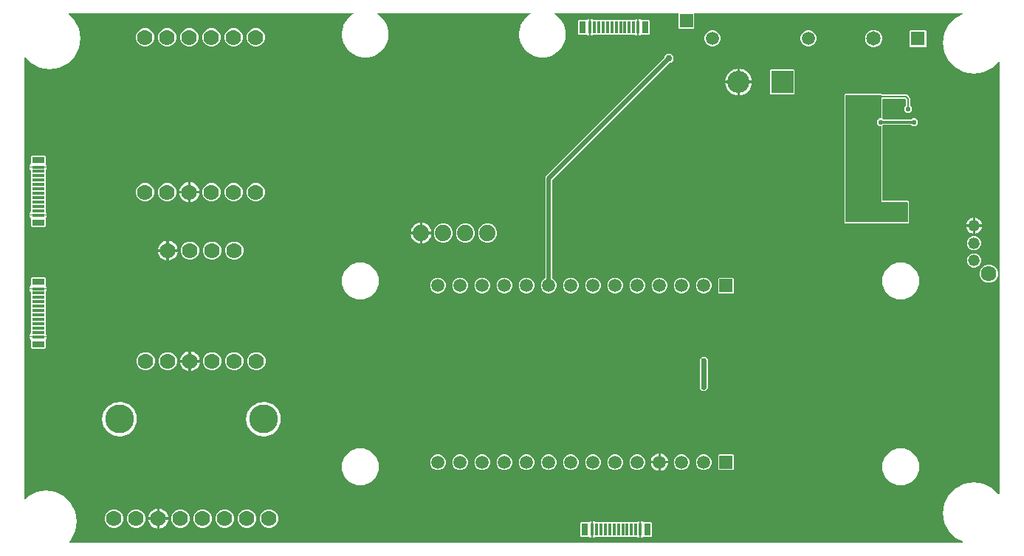
<source format=gbr>
G04 EAGLE Gerber RS-274X export*
G75*
%MOMM*%
%FSLAX34Y34*%
%LPD*%
%INBottom Copper*%
%IPPOS*%
%AMOC8*
5,1,8,0,0,1.08239X$1,22.5*%
G01*
%ADD10C,1.879600*%
%ADD11C,1.778000*%
%ADD12R,1.500000X1.500000*%
%ADD13C,1.500000*%
%ADD14C,3.300000*%
%ADD15C,1.320800*%
%ADD16C,1.790700*%
%ADD17R,2.550000X2.550000*%
%ADD18C,2.550000*%
%ADD19R,1.650000X1.650000*%
%ADD20C,1.650000*%
%ADD21R,1.400000X0.300000*%
%ADD22R,1.400000X0.700000*%
%ADD23R,0.300000X1.400000*%
%ADD24R,0.700000X1.400000*%
%ADD25C,0.555600*%
%ADD26C,0.203200*%
%ADD27C,0.605600*%
%ADD28C,0.609600*%
%ADD29C,0.304800*%
%ADD30C,0.755600*%
%ADD31C,0.508000*%

G36*
X1166506Y55922D02*
X1166506Y55922D01*
X1166575Y55923D01*
X1166626Y55942D01*
X1166679Y55950D01*
X1166740Y55983D01*
X1166804Y56006D01*
X1166847Y56040D01*
X1166895Y56065D01*
X1166941Y56116D01*
X1166995Y56158D01*
X1167024Y56204D01*
X1167061Y56243D01*
X1167090Y56306D01*
X1167127Y56364D01*
X1167140Y56416D01*
X1167162Y56466D01*
X1167169Y56534D01*
X1167185Y56601D01*
X1167181Y56655D01*
X1167186Y56709D01*
X1167171Y56775D01*
X1167165Y56844D01*
X1167143Y56893D01*
X1167131Y56946D01*
X1167095Y57005D01*
X1167067Y57067D01*
X1167031Y57108D01*
X1167002Y57154D01*
X1166949Y57197D01*
X1166903Y57248D01*
X1166833Y57293D01*
X1166814Y57308D01*
X1166801Y57313D01*
X1166779Y57328D01*
X1159103Y61238D01*
X1151238Y69103D01*
X1146189Y79014D01*
X1144449Y90000D01*
X1146189Y100986D01*
X1151238Y110897D01*
X1159103Y118762D01*
X1169014Y123811D01*
X1180000Y125551D01*
X1190986Y123811D01*
X1200897Y118762D01*
X1207810Y111848D01*
X1207870Y111805D01*
X1207924Y111755D01*
X1207968Y111735D01*
X1208009Y111706D01*
X1208079Y111685D01*
X1208146Y111654D01*
X1208195Y111649D01*
X1208242Y111635D01*
X1208315Y111637D01*
X1208389Y111630D01*
X1208437Y111641D01*
X1208486Y111643D01*
X1208555Y111669D01*
X1208626Y111685D01*
X1208668Y111711D01*
X1208714Y111729D01*
X1208771Y111775D01*
X1208834Y111814D01*
X1208865Y111852D01*
X1208903Y111883D01*
X1208942Y111946D01*
X1208989Y112003D01*
X1209006Y112049D01*
X1209032Y112091D01*
X1209049Y112162D01*
X1209075Y112231D01*
X1209082Y112304D01*
X1209088Y112328D01*
X1209086Y112345D01*
X1209089Y112378D01*
X1209089Y607622D01*
X1209077Y607695D01*
X1209075Y607768D01*
X1209058Y607814D01*
X1209050Y607863D01*
X1209015Y607928D01*
X1208989Y607996D01*
X1208958Y608035D01*
X1208935Y608078D01*
X1208881Y608128D01*
X1208834Y608185D01*
X1208793Y608211D01*
X1208757Y608245D01*
X1208690Y608275D01*
X1208627Y608314D01*
X1208579Y608325D01*
X1208534Y608346D01*
X1208461Y608353D01*
X1208390Y608370D01*
X1208341Y608365D01*
X1208291Y608370D01*
X1208220Y608353D01*
X1208147Y608346D01*
X1208102Y608326D01*
X1208054Y608315D01*
X1207991Y608276D01*
X1207924Y608246D01*
X1207868Y608199D01*
X1207846Y608186D01*
X1207836Y608173D01*
X1207810Y608152D01*
X1200897Y601238D01*
X1190986Y596189D01*
X1180000Y594449D01*
X1169014Y596189D01*
X1159103Y601238D01*
X1151238Y609103D01*
X1146189Y619014D01*
X1144449Y630000D01*
X1146189Y640986D01*
X1151238Y650897D01*
X1159103Y658762D01*
X1166779Y662672D01*
X1166834Y662713D01*
X1166895Y662745D01*
X1166932Y662785D01*
X1166975Y662817D01*
X1167014Y662873D01*
X1167061Y662924D01*
X1167084Y662973D01*
X1167115Y663017D01*
X1167134Y663083D01*
X1167162Y663146D01*
X1167168Y663200D01*
X1167183Y663252D01*
X1167179Y663320D01*
X1167186Y663389D01*
X1167174Y663441D01*
X1167172Y663495D01*
X1167147Y663559D01*
X1167131Y663626D01*
X1167102Y663672D01*
X1167083Y663723D01*
X1167039Y663775D01*
X1167002Y663834D01*
X1166960Y663868D01*
X1166926Y663909D01*
X1166867Y663945D01*
X1166814Y663989D01*
X1166763Y664008D01*
X1166717Y664036D01*
X1166650Y664051D01*
X1166586Y664075D01*
X1166502Y664083D01*
X1166478Y664088D01*
X1166465Y664087D01*
X1166439Y664089D01*
X859774Y664089D01*
X859750Y664085D01*
X859725Y664088D01*
X859630Y664066D01*
X859533Y664050D01*
X859512Y664038D01*
X859488Y664032D01*
X859404Y663981D01*
X859318Y663935D01*
X859301Y663917D01*
X859280Y663904D01*
X859218Y663828D01*
X859151Y663757D01*
X859141Y663734D01*
X859125Y663715D01*
X859091Y663624D01*
X859050Y663534D01*
X859048Y663510D01*
X859039Y663487D01*
X859025Y663340D01*
X859025Y646868D01*
X858132Y645975D01*
X841868Y645975D01*
X840975Y646868D01*
X840975Y663340D01*
X840971Y663364D01*
X840974Y663389D01*
X840952Y663484D01*
X840936Y663581D01*
X840924Y663602D01*
X840918Y663626D01*
X840867Y663710D01*
X840821Y663796D01*
X840803Y663813D01*
X840790Y663834D01*
X840714Y663896D01*
X840643Y663963D01*
X840620Y663973D01*
X840601Y663989D01*
X840510Y664023D01*
X840420Y664064D01*
X840396Y664066D01*
X840373Y664075D01*
X840226Y664089D01*
X699375Y664089D01*
X699327Y664081D01*
X699278Y664083D01*
X699207Y664062D01*
X699135Y664050D01*
X699091Y664026D01*
X699044Y664012D01*
X698984Y663969D01*
X698919Y663935D01*
X698886Y663899D01*
X698846Y663870D01*
X698803Y663810D01*
X698752Y663757D01*
X698732Y663712D01*
X698703Y663672D01*
X698682Y663601D01*
X698652Y663534D01*
X698647Y663485D01*
X698632Y663438D01*
X698635Y663365D01*
X698628Y663291D01*
X698639Y663244D01*
X698640Y663194D01*
X698666Y663126D01*
X698683Y663054D01*
X698709Y663012D01*
X698726Y662966D01*
X698773Y662909D01*
X698812Y662846D01*
X698850Y662815D01*
X698881Y662777D01*
X698999Y662692D01*
X699000Y662692D01*
X699000Y662691D01*
X699001Y662691D01*
X701476Y661262D01*
X706442Y656296D01*
X709953Y650215D01*
X711771Y643431D01*
X711771Y636409D01*
X711668Y636025D01*
X711668Y636024D01*
X711467Y635275D01*
X711266Y634526D01*
X711066Y633777D01*
X711065Y633777D01*
X710664Y632278D01*
X710463Y631529D01*
X710062Y630031D01*
X710062Y630030D01*
X709953Y629625D01*
X706442Y623544D01*
X701476Y618578D01*
X695395Y615067D01*
X688611Y613249D01*
X681589Y613249D01*
X674805Y615067D01*
X668724Y618578D01*
X663758Y623544D01*
X660247Y629625D01*
X658429Y636409D01*
X658429Y643431D01*
X658750Y644627D01*
X658950Y645376D01*
X659352Y646875D01*
X659553Y647624D01*
X659954Y649122D01*
X659954Y649123D01*
X660155Y649872D01*
X660247Y650215D01*
X663758Y656296D01*
X668724Y661262D01*
X671199Y662691D01*
X671237Y662722D01*
X671281Y662745D01*
X671331Y662799D01*
X671388Y662846D01*
X671414Y662888D01*
X671448Y662924D01*
X671478Y662990D01*
X671517Y663053D01*
X671528Y663101D01*
X671548Y663146D01*
X671556Y663219D01*
X671572Y663291D01*
X671568Y663340D01*
X671572Y663389D01*
X671556Y663460D01*
X671549Y663534D01*
X671528Y663578D01*
X671517Y663626D01*
X671478Y663689D01*
X671448Y663756D01*
X671414Y663792D01*
X671388Y663834D01*
X671332Y663880D01*
X671281Y663934D01*
X671238Y663957D01*
X671200Y663989D01*
X671131Y664014D01*
X671066Y664049D01*
X671018Y664057D01*
X670972Y664075D01*
X670827Y664089D01*
X670825Y664089D01*
X496175Y664089D01*
X496127Y664081D01*
X496078Y664083D01*
X496007Y664062D01*
X495935Y664050D01*
X495891Y664026D01*
X495844Y664012D01*
X495784Y663969D01*
X495719Y663935D01*
X495686Y663899D01*
X495646Y663870D01*
X495603Y663810D01*
X495552Y663757D01*
X495532Y663712D01*
X495503Y663672D01*
X495482Y663601D01*
X495452Y663534D01*
X495447Y663485D01*
X495432Y663438D01*
X495435Y663365D01*
X495428Y663291D01*
X495439Y663244D01*
X495440Y663194D01*
X495466Y663126D01*
X495483Y663054D01*
X495509Y663012D01*
X495526Y662966D01*
X495573Y662909D01*
X495612Y662846D01*
X495650Y662815D01*
X495681Y662777D01*
X495799Y662692D01*
X495800Y662692D01*
X495800Y662691D01*
X495801Y662691D01*
X498276Y661262D01*
X503242Y656296D01*
X506753Y650215D01*
X508571Y643431D01*
X508571Y636409D01*
X508468Y636025D01*
X508468Y636024D01*
X508267Y635275D01*
X508066Y634526D01*
X507866Y633777D01*
X507865Y633777D01*
X507464Y632278D01*
X507263Y631529D01*
X506862Y630031D01*
X506862Y630030D01*
X506753Y629625D01*
X503242Y623544D01*
X498276Y618578D01*
X492195Y615067D01*
X485411Y613249D01*
X478389Y613249D01*
X471605Y615067D01*
X465524Y618578D01*
X460558Y623544D01*
X457047Y629625D01*
X455229Y636409D01*
X455229Y643431D01*
X455550Y644627D01*
X455750Y645376D01*
X456152Y646875D01*
X456353Y647624D01*
X456754Y649122D01*
X456754Y649123D01*
X456955Y649872D01*
X457047Y650215D01*
X460558Y656296D01*
X465524Y661262D01*
X467999Y662691D01*
X468037Y662722D01*
X468081Y662745D01*
X468131Y662799D01*
X468188Y662846D01*
X468214Y662888D01*
X468248Y662924D01*
X468278Y662990D01*
X468317Y663053D01*
X468328Y663101D01*
X468348Y663146D01*
X468356Y663219D01*
X468372Y663291D01*
X468368Y663340D01*
X468372Y663389D01*
X468356Y663460D01*
X468349Y663534D01*
X468328Y663578D01*
X468317Y663626D01*
X468278Y663689D01*
X468248Y663756D01*
X468214Y663792D01*
X468188Y663834D01*
X468132Y663880D01*
X468081Y663934D01*
X468038Y663957D01*
X468000Y663989D01*
X467931Y664014D01*
X467866Y664049D01*
X467818Y664057D01*
X467772Y664075D01*
X467627Y664089D01*
X467625Y664089D01*
X142098Y664089D01*
X142025Y664077D01*
X141952Y664075D01*
X141906Y664058D01*
X141857Y664050D01*
X141792Y664015D01*
X141724Y663989D01*
X141685Y663958D01*
X141642Y663935D01*
X141592Y663881D01*
X141535Y663834D01*
X141509Y663793D01*
X141475Y663757D01*
X141445Y663690D01*
X141406Y663627D01*
X141395Y663579D01*
X141374Y663534D01*
X141367Y663461D01*
X141350Y663390D01*
X141355Y663341D01*
X141350Y663291D01*
X141367Y663220D01*
X141374Y663147D01*
X141394Y663102D01*
X141405Y663054D01*
X141444Y662991D01*
X141474Y662924D01*
X141521Y662868D01*
X141534Y662846D01*
X141547Y662836D01*
X141568Y662810D01*
X148722Y655657D01*
X153771Y645746D01*
X155511Y634760D01*
X153771Y623774D01*
X148722Y613863D01*
X140857Y605998D01*
X130946Y600949D01*
X119960Y599209D01*
X108974Y600949D01*
X99063Y605998D01*
X92190Y612872D01*
X92130Y612915D01*
X92076Y612965D01*
X92032Y612985D01*
X91991Y613014D01*
X91921Y613035D01*
X91854Y613066D01*
X91805Y613071D01*
X91758Y613085D01*
X91685Y613083D01*
X91611Y613090D01*
X91563Y613079D01*
X91514Y613077D01*
X91445Y613051D01*
X91374Y613035D01*
X91332Y613009D01*
X91286Y612991D01*
X91229Y612945D01*
X91166Y612906D01*
X91135Y612868D01*
X91097Y612837D01*
X91058Y612774D01*
X91011Y612717D01*
X90994Y612671D01*
X90968Y612629D01*
X90951Y612558D01*
X90925Y612489D01*
X90918Y612416D01*
X90912Y612392D01*
X90914Y612375D01*
X90911Y612342D01*
X90911Y106778D01*
X90923Y106705D01*
X90925Y106632D01*
X90942Y106586D01*
X90950Y106537D01*
X90985Y106472D01*
X91011Y106404D01*
X91042Y106365D01*
X91065Y106322D01*
X91119Y106272D01*
X91166Y106215D01*
X91207Y106189D01*
X91243Y106155D01*
X91310Y106125D01*
X91373Y106086D01*
X91421Y106075D01*
X91466Y106054D01*
X91539Y106047D01*
X91610Y106030D01*
X91659Y106035D01*
X91709Y106030D01*
X91780Y106047D01*
X91853Y106054D01*
X91898Y106074D01*
X91946Y106085D01*
X92009Y106124D01*
X92076Y106154D01*
X92132Y106201D01*
X92154Y106214D01*
X92164Y106227D01*
X92190Y106248D01*
X94963Y109022D01*
X104874Y114071D01*
X115860Y115811D01*
X126846Y114071D01*
X136757Y109022D01*
X144622Y101157D01*
X149671Y91246D01*
X151411Y80260D01*
X149671Y69274D01*
X144622Y59363D01*
X142448Y57190D01*
X142405Y57130D01*
X142355Y57076D01*
X142335Y57032D01*
X142306Y56991D01*
X142285Y56921D01*
X142254Y56854D01*
X142249Y56805D01*
X142235Y56758D01*
X142237Y56685D01*
X142230Y56611D01*
X142241Y56563D01*
X142243Y56514D01*
X142269Y56445D01*
X142285Y56374D01*
X142311Y56332D01*
X142329Y56286D01*
X142375Y56229D01*
X142414Y56166D01*
X142452Y56135D01*
X142483Y56097D01*
X142546Y56058D01*
X142603Y56011D01*
X142649Y55994D01*
X142691Y55968D01*
X142762Y55951D01*
X142831Y55925D01*
X142904Y55918D01*
X142928Y55912D01*
X142945Y55914D01*
X142978Y55911D01*
X1166439Y55911D01*
X1166506Y55922D01*
G37*
%LPC*%
G36*
X1075832Y565625D02*
X1075832Y565625D01*
X1075807Y565628D01*
X1075712Y565606D01*
X1075615Y565590D01*
X1075594Y565578D01*
X1075570Y565572D01*
X1075486Y565521D01*
X1075400Y565475D01*
X1075383Y565457D01*
X1075362Y565444D01*
X1075300Y565368D01*
X1075233Y565297D01*
X1075223Y565274D01*
X1075207Y565255D01*
X1075173Y565164D01*
X1075132Y565074D01*
X1075130Y565050D01*
X1075121Y565027D01*
X1075107Y564880D01*
X1075107Y543069D01*
X1075123Y542972D01*
X1075132Y542875D01*
X1075142Y542853D01*
X1075146Y542828D01*
X1075192Y542742D01*
X1075233Y542653D01*
X1075254Y542627D01*
X1075261Y542613D01*
X1075280Y542596D01*
X1075326Y542539D01*
X1075637Y542228D01*
X1075716Y542171D01*
X1075791Y542109D01*
X1075815Y542101D01*
X1075835Y542086D01*
X1075928Y542058D01*
X1076020Y542023D01*
X1076053Y542020D01*
X1076069Y542015D01*
X1076094Y542016D01*
X1076167Y542009D01*
X1107573Y542009D01*
X1107667Y542024D01*
X1107749Y542031D01*
X1107755Y542033D01*
X1107767Y542034D01*
X1107789Y542044D01*
X1107814Y542048D01*
X1107900Y542094D01*
X1107913Y542100D01*
X1107976Y542127D01*
X1107981Y542131D01*
X1107989Y542135D01*
X1108015Y542156D01*
X1108029Y542163D01*
X1108046Y542182D01*
X1108103Y542228D01*
X1109138Y543263D01*
X1112702Y543263D01*
X1115223Y540742D01*
X1115223Y537178D01*
X1112702Y534657D01*
X1109138Y534657D01*
X1108103Y535692D01*
X1108026Y535747D01*
X1107963Y535801D01*
X1107958Y535803D01*
X1107949Y535811D01*
X1107925Y535819D01*
X1107905Y535834D01*
X1107812Y535862D01*
X1107801Y535866D01*
X1107735Y535893D01*
X1107729Y535893D01*
X1107720Y535897D01*
X1107687Y535900D01*
X1107671Y535905D01*
X1107646Y535904D01*
X1107573Y535911D01*
X1076167Y535911D01*
X1076070Y535895D01*
X1075973Y535886D01*
X1075951Y535876D01*
X1075926Y535872D01*
X1075840Y535826D01*
X1075751Y535785D01*
X1075725Y535764D01*
X1075711Y535757D01*
X1075694Y535738D01*
X1075637Y535692D01*
X1075326Y535381D01*
X1075269Y535302D01*
X1075207Y535227D01*
X1075199Y535203D01*
X1075184Y535183D01*
X1075156Y535090D01*
X1075121Y534998D01*
X1075118Y534965D01*
X1075113Y534949D01*
X1075114Y534924D01*
X1075107Y534851D01*
X1075107Y449286D01*
X1075111Y449262D01*
X1075108Y449237D01*
X1075130Y449142D01*
X1075146Y449045D01*
X1075158Y449024D01*
X1075164Y449000D01*
X1075215Y448916D01*
X1075261Y448830D01*
X1075279Y448813D01*
X1075292Y448792D01*
X1075368Y448730D01*
X1075439Y448663D01*
X1075462Y448653D01*
X1075481Y448637D01*
X1075572Y448603D01*
X1075662Y448562D01*
X1075686Y448560D01*
X1075709Y448551D01*
X1075856Y448537D01*
X1104247Y448537D01*
X1105587Y447197D01*
X1105587Y423713D01*
X1104247Y422373D01*
X1032503Y422373D01*
X1031163Y423713D01*
X1031163Y570387D01*
X1032503Y571727D01*
X1073767Y571727D01*
X1074564Y570930D01*
X1074643Y570873D01*
X1074718Y570811D01*
X1074742Y570803D01*
X1074762Y570788D01*
X1074855Y570760D01*
X1074947Y570725D01*
X1074980Y570722D01*
X1074996Y570717D01*
X1075020Y570718D01*
X1075094Y570711D01*
X1103082Y570711D01*
X1104891Y568902D01*
X1105399Y568394D01*
X1107111Y566682D01*
X1107111Y558055D01*
X1107126Y557962D01*
X1107133Y557879D01*
X1107135Y557873D01*
X1107136Y557861D01*
X1107146Y557839D01*
X1107150Y557814D01*
X1107196Y557728D01*
X1107202Y557716D01*
X1107229Y557652D01*
X1107233Y557647D01*
X1107237Y557639D01*
X1107258Y557613D01*
X1107265Y557599D01*
X1107284Y557582D01*
X1107330Y557525D01*
X1108873Y555982D01*
X1108873Y552418D01*
X1106352Y549897D01*
X1102788Y549897D01*
X1100267Y552418D01*
X1100267Y555982D01*
X1101810Y557525D01*
X1101865Y557601D01*
X1101919Y557665D01*
X1101921Y557670D01*
X1101929Y557679D01*
X1101937Y557703D01*
X1101952Y557723D01*
X1101980Y557816D01*
X1101984Y557827D01*
X1102011Y557893D01*
X1102011Y557899D01*
X1102015Y557908D01*
X1102018Y557941D01*
X1102023Y557957D01*
X1102022Y557982D01*
X1102029Y558055D01*
X1102029Y564267D01*
X1102014Y564360D01*
X1102007Y564443D01*
X1102005Y564449D01*
X1102004Y564460D01*
X1101994Y564483D01*
X1101990Y564508D01*
X1101944Y564594D01*
X1101938Y564606D01*
X1101911Y564670D01*
X1101907Y564675D01*
X1101903Y564683D01*
X1101882Y564708D01*
X1101875Y564723D01*
X1101856Y564740D01*
X1101810Y564797D01*
X1101806Y564800D01*
X1101806Y564801D01*
X1101443Y565164D01*
X1101197Y565410D01*
X1101120Y565465D01*
X1101057Y565519D01*
X1101051Y565521D01*
X1101042Y565529D01*
X1101019Y565537D01*
X1100999Y565552D01*
X1100905Y565580D01*
X1100895Y565584D01*
X1100829Y565611D01*
X1100823Y565611D01*
X1100814Y565615D01*
X1100781Y565618D01*
X1100765Y565623D01*
X1100740Y565622D01*
X1100667Y565629D01*
X1075856Y565629D01*
X1075832Y565625D01*
G37*
%LPD*%
G36*
X1103320Y423902D02*
X1103320Y423902D01*
X1103339Y423900D01*
X1103441Y423922D01*
X1103543Y423939D01*
X1103560Y423948D01*
X1103580Y423952D01*
X1103669Y424005D01*
X1103760Y424054D01*
X1103774Y424068D01*
X1103791Y424078D01*
X1103858Y424157D01*
X1103930Y424232D01*
X1103938Y424250D01*
X1103951Y424265D01*
X1103990Y424361D01*
X1104033Y424455D01*
X1104035Y424475D01*
X1104043Y424493D01*
X1104061Y424660D01*
X1104061Y446250D01*
X1104058Y446270D01*
X1104060Y446289D01*
X1104038Y446391D01*
X1104022Y446493D01*
X1104012Y446510D01*
X1104008Y446530D01*
X1103955Y446619D01*
X1103906Y446710D01*
X1103892Y446724D01*
X1103882Y446741D01*
X1103803Y446808D01*
X1103728Y446880D01*
X1103710Y446888D01*
X1103695Y446901D01*
X1103599Y446940D01*
X1103505Y446983D01*
X1103485Y446985D01*
X1103467Y446993D01*
X1103300Y447011D01*
X1074405Y447011D01*
X1073581Y447835D01*
X1073581Y533896D01*
X1073578Y533916D01*
X1073580Y533935D01*
X1073558Y534037D01*
X1073542Y534139D01*
X1073532Y534156D01*
X1073528Y534176D01*
X1073475Y534265D01*
X1073426Y534356D01*
X1073412Y534370D01*
X1073402Y534387D01*
X1073323Y534454D01*
X1073248Y534526D01*
X1073230Y534534D01*
X1073215Y534547D01*
X1073119Y534586D01*
X1073025Y534629D01*
X1073005Y534631D01*
X1072987Y534639D01*
X1072820Y534657D01*
X1071038Y534657D01*
X1068517Y537178D01*
X1068517Y540742D01*
X1071038Y543263D01*
X1072820Y543263D01*
X1072840Y543266D01*
X1072859Y543264D01*
X1072961Y543286D01*
X1073063Y543302D01*
X1073080Y543312D01*
X1073100Y543316D01*
X1073189Y543369D01*
X1073280Y543418D01*
X1073294Y543432D01*
X1073311Y543442D01*
X1073378Y543521D01*
X1073450Y543596D01*
X1073458Y543614D01*
X1073471Y543629D01*
X1073510Y543725D01*
X1073553Y543819D01*
X1073555Y543839D01*
X1073563Y543857D01*
X1073581Y544024D01*
X1073581Y569440D01*
X1073578Y569460D01*
X1073580Y569479D01*
X1073558Y569581D01*
X1073542Y569683D01*
X1073532Y569700D01*
X1073528Y569720D01*
X1073475Y569809D01*
X1073426Y569900D01*
X1073412Y569914D01*
X1073402Y569931D01*
X1073323Y569998D01*
X1073248Y570070D01*
X1073230Y570078D01*
X1073215Y570091D01*
X1073119Y570130D01*
X1073025Y570173D01*
X1073005Y570175D01*
X1072987Y570183D01*
X1072820Y570201D01*
X1033450Y570201D01*
X1033430Y570198D01*
X1033411Y570200D01*
X1033309Y570178D01*
X1033207Y570162D01*
X1033190Y570152D01*
X1033170Y570148D01*
X1033081Y570095D01*
X1032990Y570046D01*
X1032976Y570032D01*
X1032959Y570022D01*
X1032892Y569943D01*
X1032821Y569868D01*
X1032812Y569850D01*
X1032799Y569835D01*
X1032760Y569739D01*
X1032717Y569645D01*
X1032715Y569625D01*
X1032707Y569607D01*
X1032689Y569440D01*
X1032689Y424660D01*
X1032692Y424640D01*
X1032690Y424621D01*
X1032712Y424519D01*
X1032729Y424417D01*
X1032738Y424400D01*
X1032742Y424380D01*
X1032795Y424291D01*
X1032844Y424200D01*
X1032858Y424186D01*
X1032868Y424169D01*
X1032947Y424102D01*
X1033022Y424031D01*
X1033040Y424022D01*
X1033055Y424009D01*
X1033151Y423970D01*
X1033245Y423927D01*
X1033265Y423925D01*
X1033283Y423917D01*
X1033450Y423899D01*
X1103300Y423899D01*
X1103320Y423902D01*
G37*
%LPC*%
G36*
X690509Y342161D02*
X690509Y342161D01*
X687192Y343535D01*
X684653Y346074D01*
X683279Y349391D01*
X683279Y352981D01*
X684653Y356298D01*
X687192Y358837D01*
X687776Y359079D01*
X687777Y359079D01*
X687864Y359134D01*
X687984Y359208D01*
X688059Y359299D01*
X688139Y359396D01*
X688182Y359512D01*
X688225Y359624D01*
X688225Y359625D01*
X688225Y359626D01*
X688239Y359771D01*
X688239Y475988D01*
X824478Y612226D01*
X824535Y612306D01*
X824597Y612381D01*
X824605Y612404D01*
X824620Y612425D01*
X824648Y612518D01*
X824683Y612609D01*
X824686Y612642D01*
X824691Y612658D01*
X824690Y612683D01*
X824697Y612756D01*
X824697Y614196D01*
X827804Y617303D01*
X832196Y617303D01*
X835303Y614196D01*
X835303Y609804D01*
X832196Y606697D01*
X830756Y606697D01*
X830660Y606681D01*
X830563Y606672D01*
X830540Y606662D01*
X830515Y606658D01*
X830429Y606612D01*
X830340Y606571D01*
X830315Y606550D01*
X830300Y606543D01*
X830283Y606524D01*
X830226Y606478D01*
X696588Y472840D01*
X696531Y472760D01*
X696469Y472685D01*
X696461Y472662D01*
X696446Y472641D01*
X696418Y472548D01*
X696383Y472457D01*
X696380Y472424D01*
X696375Y472408D01*
X696376Y472383D01*
X696369Y472310D01*
X696369Y359771D01*
X696394Y359618D01*
X696408Y359531D01*
X696475Y359406D01*
X696523Y359316D01*
X696523Y359315D01*
X696607Y359237D01*
X696701Y359149D01*
X696701Y359148D01*
X696702Y359148D01*
X696831Y359079D01*
X697416Y358837D01*
X699955Y356298D01*
X701329Y352981D01*
X701329Y349391D01*
X699955Y346074D01*
X697416Y343535D01*
X694099Y342161D01*
X690509Y342161D01*
G37*
%LPD*%
%LPC*%
G36*
X471871Y335129D02*
X471871Y335129D01*
X464002Y338389D01*
X457979Y344412D01*
X454719Y352281D01*
X454719Y360799D01*
X457979Y368668D01*
X464002Y374691D01*
X471871Y377951D01*
X480389Y377951D01*
X488258Y374691D01*
X494281Y368668D01*
X497541Y360799D01*
X497541Y352281D01*
X494281Y344412D01*
X488258Y338389D01*
X480389Y335129D01*
X471871Y335129D01*
G37*
%LPD*%
%LPC*%
G36*
X471871Y121729D02*
X471871Y121729D01*
X464002Y124989D01*
X457979Y131012D01*
X454719Y138881D01*
X454719Y147399D01*
X457979Y155268D01*
X464002Y161291D01*
X471871Y164551D01*
X480389Y164551D01*
X488258Y161291D01*
X494281Y155268D01*
X497541Y147399D01*
X497541Y138881D01*
X494281Y131012D01*
X488258Y124989D01*
X480389Y121729D01*
X471871Y121729D01*
G37*
%LPD*%
%LPC*%
G36*
X1091671Y121729D02*
X1091671Y121729D01*
X1083802Y124989D01*
X1077779Y131012D01*
X1074519Y138881D01*
X1074519Y147399D01*
X1077779Y155268D01*
X1083802Y161291D01*
X1091671Y164551D01*
X1100189Y164551D01*
X1108058Y161291D01*
X1114081Y155268D01*
X1117341Y147399D01*
X1117341Y138881D01*
X1114081Y131012D01*
X1108058Y124989D01*
X1100189Y121729D01*
X1091671Y121729D01*
G37*
%LPD*%
%LPC*%
G36*
X1091671Y335129D02*
X1091671Y335129D01*
X1083802Y338389D01*
X1077779Y344412D01*
X1074519Y352281D01*
X1074519Y360799D01*
X1077779Y368668D01*
X1083802Y374691D01*
X1091671Y377951D01*
X1100189Y377951D01*
X1108058Y374691D01*
X1114081Y368668D01*
X1117341Y360799D01*
X1117341Y352281D01*
X1114081Y344412D01*
X1108058Y338389D01*
X1100189Y335129D01*
X1091671Y335129D01*
G37*
%LPD*%
%LPC*%
G36*
X193805Y178842D02*
X193805Y178842D01*
X186551Y183030D01*
X181628Y189807D01*
X179886Y198000D01*
X181628Y206193D01*
X186551Y212970D01*
X193805Y217158D01*
X202136Y218034D01*
X210102Y215445D01*
X216327Y209840D01*
X219734Y202188D01*
X219734Y193812D01*
X216327Y186160D01*
X210102Y180555D01*
X202136Y177966D01*
X193805Y178842D01*
G37*
%LPD*%
%LPC*%
G36*
X358905Y178842D02*
X358905Y178842D01*
X351651Y183030D01*
X346728Y189807D01*
X344986Y198000D01*
X346728Y206193D01*
X351651Y212970D01*
X358905Y217158D01*
X367236Y218034D01*
X375202Y215445D01*
X381427Y209840D01*
X384834Y202188D01*
X384834Y193812D01*
X381427Y186160D01*
X375202Y180555D01*
X367236Y177966D01*
X358905Y178842D01*
G37*
%LPD*%
%LPC*%
G36*
X740329Y638159D02*
X740329Y638159D01*
X740329Y647700D01*
X740329Y657241D01*
X741414Y657241D01*
X742061Y657068D01*
X742640Y656733D01*
X742929Y656444D01*
X743008Y656387D01*
X743084Y656325D01*
X743107Y656317D01*
X743127Y656302D01*
X743221Y656274D01*
X743312Y656239D01*
X743345Y656236D01*
X743361Y656231D01*
X743386Y656232D01*
X743459Y656225D01*
X746791Y656225D01*
X746793Y656224D01*
X746888Y656202D01*
X746982Y656173D01*
X747006Y656174D01*
X747030Y656168D01*
X747128Y656178D01*
X747226Y656181D01*
X747249Y656190D01*
X747273Y656192D01*
X747346Y656225D01*
X751791Y656225D01*
X751793Y656224D01*
X751888Y656202D01*
X751982Y656173D01*
X752006Y656174D01*
X752030Y656168D01*
X752128Y656178D01*
X752226Y656181D01*
X752249Y656190D01*
X752273Y656192D01*
X752346Y656225D01*
X756791Y656225D01*
X756793Y656224D01*
X756888Y656202D01*
X756982Y656173D01*
X757006Y656174D01*
X757030Y656168D01*
X757128Y656178D01*
X757226Y656181D01*
X757249Y656190D01*
X757273Y656192D01*
X757346Y656225D01*
X761791Y656225D01*
X761793Y656224D01*
X761888Y656202D01*
X761982Y656173D01*
X762006Y656174D01*
X762030Y656168D01*
X762128Y656178D01*
X762226Y656181D01*
X762249Y656190D01*
X762273Y656192D01*
X762346Y656225D01*
X766791Y656225D01*
X766793Y656224D01*
X766888Y656202D01*
X766982Y656173D01*
X767006Y656174D01*
X767030Y656168D01*
X767128Y656178D01*
X767226Y656181D01*
X767249Y656190D01*
X767273Y656192D01*
X767346Y656225D01*
X771791Y656225D01*
X771793Y656224D01*
X771888Y656202D01*
X771982Y656173D01*
X772006Y656174D01*
X772030Y656168D01*
X772128Y656178D01*
X772226Y656181D01*
X772249Y656190D01*
X772273Y656192D01*
X772346Y656225D01*
X776791Y656225D01*
X776793Y656224D01*
X776888Y656202D01*
X776982Y656173D01*
X777006Y656174D01*
X777030Y656168D01*
X777128Y656178D01*
X777226Y656181D01*
X777249Y656190D01*
X777273Y656192D01*
X777346Y656225D01*
X781791Y656225D01*
X781793Y656224D01*
X781888Y656202D01*
X781982Y656173D01*
X782006Y656174D01*
X782030Y656168D01*
X782128Y656178D01*
X782226Y656181D01*
X782249Y656190D01*
X782273Y656192D01*
X782346Y656225D01*
X786791Y656225D01*
X786793Y656224D01*
X786888Y656202D01*
X786982Y656173D01*
X787006Y656174D01*
X787030Y656168D01*
X787128Y656178D01*
X787226Y656181D01*
X787249Y656190D01*
X787273Y656192D01*
X787346Y656225D01*
X790701Y656225D01*
X790798Y656241D01*
X790894Y656250D01*
X790917Y656260D01*
X790942Y656264D01*
X791028Y656310D01*
X791117Y656351D01*
X791142Y656372D01*
X791157Y656379D01*
X791174Y656398D01*
X791231Y656444D01*
X791520Y656733D01*
X792099Y657068D01*
X792746Y657241D01*
X793831Y657241D01*
X793831Y647700D01*
X793831Y638159D01*
X792746Y638159D01*
X792099Y638332D01*
X791520Y638667D01*
X791231Y638956D01*
X791152Y639013D01*
X791076Y639075D01*
X791053Y639083D01*
X791033Y639098D01*
X790939Y639126D01*
X790848Y639161D01*
X790815Y639164D01*
X790799Y639169D01*
X790774Y639168D01*
X790701Y639175D01*
X787369Y639175D01*
X787367Y639176D01*
X787271Y639199D01*
X787178Y639227D01*
X787153Y639226D01*
X787129Y639232D01*
X787032Y639222D01*
X786934Y639219D01*
X786911Y639210D01*
X786887Y639208D01*
X786814Y639175D01*
X782369Y639175D01*
X782367Y639176D01*
X782271Y639199D01*
X782178Y639227D01*
X782153Y639226D01*
X782129Y639232D01*
X782032Y639222D01*
X781934Y639219D01*
X781911Y639210D01*
X781887Y639208D01*
X781814Y639175D01*
X777369Y639175D01*
X777367Y639176D01*
X777271Y639199D01*
X777178Y639227D01*
X777153Y639226D01*
X777129Y639232D01*
X777032Y639222D01*
X776934Y639219D01*
X776911Y639210D01*
X776887Y639208D01*
X776814Y639175D01*
X772369Y639175D01*
X772367Y639176D01*
X772271Y639199D01*
X772178Y639227D01*
X772153Y639226D01*
X772129Y639232D01*
X772032Y639222D01*
X771934Y639219D01*
X771911Y639210D01*
X771887Y639208D01*
X771814Y639175D01*
X767369Y639175D01*
X767367Y639176D01*
X767271Y639199D01*
X767178Y639227D01*
X767153Y639226D01*
X767129Y639232D01*
X767032Y639222D01*
X766934Y639219D01*
X766911Y639210D01*
X766887Y639208D01*
X766814Y639175D01*
X762369Y639175D01*
X762367Y639176D01*
X762271Y639199D01*
X762178Y639227D01*
X762153Y639226D01*
X762129Y639232D01*
X762032Y639222D01*
X761934Y639219D01*
X761911Y639210D01*
X761887Y639208D01*
X761814Y639175D01*
X757369Y639175D01*
X757367Y639176D01*
X757271Y639199D01*
X757178Y639227D01*
X757153Y639226D01*
X757129Y639232D01*
X757032Y639222D01*
X756934Y639219D01*
X756911Y639210D01*
X756887Y639208D01*
X756814Y639175D01*
X752369Y639175D01*
X752367Y639176D01*
X752271Y639199D01*
X752178Y639227D01*
X752153Y639226D01*
X752129Y639232D01*
X752032Y639222D01*
X751934Y639219D01*
X751911Y639210D01*
X751887Y639208D01*
X751814Y639175D01*
X747369Y639175D01*
X747367Y639176D01*
X747271Y639199D01*
X747178Y639227D01*
X747153Y639226D01*
X747129Y639232D01*
X747032Y639222D01*
X746934Y639219D01*
X746911Y639210D01*
X746887Y639208D01*
X746814Y639175D01*
X743459Y639175D01*
X743362Y639159D01*
X743266Y639150D01*
X743243Y639140D01*
X743218Y639136D01*
X743132Y639090D01*
X743043Y639049D01*
X743018Y639028D01*
X743003Y639021D01*
X742986Y639002D01*
X742929Y638956D01*
X742640Y638667D01*
X742061Y638332D01*
X741414Y638159D01*
X740329Y638159D01*
G37*
%LPD*%
%LPC*%
G36*
X742869Y61579D02*
X742869Y61579D01*
X742869Y71120D01*
X742869Y80661D01*
X743954Y80661D01*
X744601Y80488D01*
X745180Y80153D01*
X745469Y79864D01*
X745548Y79807D01*
X745624Y79745D01*
X745647Y79737D01*
X745667Y79722D01*
X745761Y79694D01*
X745852Y79659D01*
X745885Y79656D01*
X745901Y79651D01*
X745926Y79652D01*
X745999Y79645D01*
X749331Y79645D01*
X749333Y79644D01*
X749429Y79621D01*
X749522Y79593D01*
X749547Y79594D01*
X749571Y79588D01*
X749668Y79598D01*
X749766Y79601D01*
X749789Y79610D01*
X749813Y79612D01*
X749886Y79645D01*
X754331Y79645D01*
X754333Y79644D01*
X754429Y79621D01*
X754522Y79593D01*
X754547Y79594D01*
X754571Y79588D01*
X754668Y79598D01*
X754766Y79601D01*
X754789Y79610D01*
X754813Y79612D01*
X754886Y79645D01*
X759331Y79645D01*
X759333Y79644D01*
X759429Y79621D01*
X759522Y79593D01*
X759547Y79594D01*
X759571Y79588D01*
X759668Y79598D01*
X759766Y79601D01*
X759789Y79610D01*
X759813Y79612D01*
X759886Y79645D01*
X764331Y79645D01*
X764333Y79644D01*
X764429Y79621D01*
X764522Y79593D01*
X764547Y79594D01*
X764571Y79588D01*
X764668Y79598D01*
X764766Y79601D01*
X764789Y79610D01*
X764813Y79612D01*
X764886Y79645D01*
X769331Y79645D01*
X769333Y79644D01*
X769429Y79621D01*
X769522Y79593D01*
X769547Y79594D01*
X769571Y79588D01*
X769668Y79598D01*
X769766Y79601D01*
X769789Y79610D01*
X769813Y79612D01*
X769886Y79645D01*
X774331Y79645D01*
X774333Y79644D01*
X774429Y79621D01*
X774522Y79593D01*
X774547Y79594D01*
X774571Y79588D01*
X774668Y79598D01*
X774766Y79601D01*
X774789Y79610D01*
X774813Y79612D01*
X774886Y79645D01*
X779331Y79645D01*
X779333Y79644D01*
X779429Y79621D01*
X779522Y79593D01*
X779547Y79594D01*
X779571Y79588D01*
X779668Y79598D01*
X779766Y79601D01*
X779789Y79610D01*
X779813Y79612D01*
X779886Y79645D01*
X784331Y79645D01*
X784333Y79644D01*
X784429Y79621D01*
X784522Y79593D01*
X784547Y79594D01*
X784571Y79588D01*
X784668Y79598D01*
X784766Y79601D01*
X784789Y79610D01*
X784813Y79612D01*
X784886Y79645D01*
X789331Y79645D01*
X789333Y79644D01*
X789429Y79621D01*
X789522Y79593D01*
X789547Y79594D01*
X789571Y79588D01*
X789668Y79598D01*
X789766Y79601D01*
X789789Y79610D01*
X789813Y79612D01*
X789886Y79645D01*
X793241Y79645D01*
X793338Y79661D01*
X793434Y79670D01*
X793457Y79680D01*
X793482Y79684D01*
X793568Y79730D01*
X793657Y79771D01*
X793682Y79792D01*
X793697Y79799D01*
X793714Y79818D01*
X793771Y79864D01*
X794060Y80153D01*
X794639Y80488D01*
X795286Y80661D01*
X796371Y80661D01*
X796371Y71120D01*
X796371Y61579D01*
X795286Y61579D01*
X794639Y61752D01*
X794060Y62087D01*
X793771Y62376D01*
X793692Y62433D01*
X793617Y62495D01*
X793593Y62503D01*
X793573Y62518D01*
X793479Y62546D01*
X793388Y62581D01*
X793355Y62584D01*
X793339Y62589D01*
X793314Y62588D01*
X793241Y62595D01*
X789909Y62595D01*
X789907Y62596D01*
X789812Y62618D01*
X789718Y62647D01*
X789694Y62646D01*
X789670Y62652D01*
X789572Y62642D01*
X789474Y62639D01*
X789451Y62630D01*
X789427Y62628D01*
X789354Y62595D01*
X784909Y62595D01*
X784907Y62596D01*
X784812Y62618D01*
X784718Y62647D01*
X784694Y62646D01*
X784670Y62652D01*
X784572Y62642D01*
X784474Y62639D01*
X784451Y62630D01*
X784427Y62628D01*
X784354Y62595D01*
X779909Y62595D01*
X779907Y62596D01*
X779812Y62618D01*
X779718Y62647D01*
X779694Y62646D01*
X779670Y62652D01*
X779572Y62642D01*
X779474Y62639D01*
X779451Y62630D01*
X779427Y62628D01*
X779354Y62595D01*
X774909Y62595D01*
X774907Y62596D01*
X774812Y62618D01*
X774718Y62647D01*
X774694Y62646D01*
X774670Y62652D01*
X774572Y62642D01*
X774474Y62639D01*
X774451Y62630D01*
X774427Y62628D01*
X774354Y62595D01*
X769909Y62595D01*
X769907Y62596D01*
X769812Y62618D01*
X769718Y62647D01*
X769694Y62646D01*
X769670Y62652D01*
X769572Y62642D01*
X769474Y62639D01*
X769451Y62630D01*
X769427Y62628D01*
X769354Y62595D01*
X764909Y62595D01*
X764907Y62596D01*
X764812Y62618D01*
X764718Y62647D01*
X764694Y62646D01*
X764670Y62652D01*
X764572Y62642D01*
X764474Y62639D01*
X764451Y62630D01*
X764427Y62628D01*
X764354Y62595D01*
X759909Y62595D01*
X759907Y62596D01*
X759812Y62618D01*
X759718Y62647D01*
X759694Y62646D01*
X759670Y62652D01*
X759572Y62642D01*
X759474Y62639D01*
X759451Y62630D01*
X759427Y62628D01*
X759354Y62595D01*
X754909Y62595D01*
X754907Y62596D01*
X754812Y62618D01*
X754718Y62647D01*
X754694Y62646D01*
X754670Y62652D01*
X754572Y62642D01*
X754474Y62639D01*
X754451Y62630D01*
X754427Y62628D01*
X754354Y62595D01*
X749909Y62595D01*
X749907Y62596D01*
X749812Y62618D01*
X749718Y62647D01*
X749694Y62646D01*
X749670Y62652D01*
X749572Y62642D01*
X749474Y62639D01*
X749451Y62630D01*
X749427Y62628D01*
X749354Y62595D01*
X745999Y62595D01*
X745902Y62579D01*
X745806Y62570D01*
X745783Y62560D01*
X745758Y62556D01*
X745672Y62510D01*
X745583Y62469D01*
X745558Y62448D01*
X745543Y62441D01*
X745526Y62422D01*
X745469Y62376D01*
X745180Y62087D01*
X744601Y61752D01*
X743954Y61579D01*
X742869Y61579D01*
G37*
%LPD*%
%LPC*%
G36*
X106680Y293289D02*
X106680Y293289D01*
X97139Y293289D01*
X97139Y294374D01*
X97312Y295021D01*
X97647Y295600D01*
X97936Y295889D01*
X97982Y295954D01*
X98029Y296003D01*
X98038Y296023D01*
X98055Y296044D01*
X98063Y296067D01*
X98078Y296087D01*
X98100Y296161D01*
X98130Y296226D01*
X98132Y296248D01*
X98141Y296272D01*
X98144Y296305D01*
X98149Y296321D01*
X98148Y296346D01*
X98155Y296419D01*
X98155Y299751D01*
X98156Y299753D01*
X98178Y299848D01*
X98207Y299942D01*
X98206Y299966D01*
X98212Y299990D01*
X98202Y300088D01*
X98199Y300186D01*
X98190Y300209D01*
X98188Y300233D01*
X98155Y300306D01*
X98155Y304751D01*
X98156Y304753D01*
X98178Y304848D01*
X98207Y304942D01*
X98206Y304966D01*
X98212Y304990D01*
X98202Y305088D01*
X98199Y305186D01*
X98190Y305209D01*
X98188Y305233D01*
X98155Y305306D01*
X98155Y309751D01*
X98156Y309753D01*
X98179Y309849D01*
X98207Y309942D01*
X98206Y309967D01*
X98212Y309991D01*
X98202Y310088D01*
X98199Y310186D01*
X98190Y310209D01*
X98188Y310233D01*
X98155Y310306D01*
X98155Y314751D01*
X98156Y314753D01*
X98178Y314848D01*
X98207Y314942D01*
X98206Y314966D01*
X98212Y314990D01*
X98202Y315088D01*
X98199Y315186D01*
X98190Y315209D01*
X98188Y315233D01*
X98155Y315306D01*
X98155Y319751D01*
X98156Y319753D01*
X98178Y319848D01*
X98207Y319942D01*
X98206Y319966D01*
X98212Y319990D01*
X98202Y320088D01*
X98199Y320186D01*
X98190Y320209D01*
X98188Y320233D01*
X98155Y320306D01*
X98155Y324751D01*
X98156Y324753D01*
X98178Y324848D01*
X98207Y324942D01*
X98206Y324966D01*
X98212Y324990D01*
X98202Y325088D01*
X98199Y325186D01*
X98190Y325209D01*
X98188Y325233D01*
X98155Y325306D01*
X98155Y329751D01*
X98156Y329753D01*
X98178Y329848D01*
X98207Y329942D01*
X98206Y329966D01*
X98212Y329990D01*
X98202Y330088D01*
X98199Y330186D01*
X98190Y330209D01*
X98188Y330233D01*
X98155Y330306D01*
X98155Y334751D01*
X98156Y334753D01*
X98178Y334848D01*
X98207Y334942D01*
X98206Y334966D01*
X98212Y334990D01*
X98202Y335088D01*
X98199Y335186D01*
X98190Y335209D01*
X98188Y335233D01*
X98155Y335306D01*
X98155Y339751D01*
X98156Y339753D01*
X98178Y339848D01*
X98207Y339942D01*
X98206Y339966D01*
X98212Y339990D01*
X98202Y340088D01*
X98199Y340186D01*
X98190Y340209D01*
X98188Y340233D01*
X98155Y340306D01*
X98155Y343661D01*
X98154Y343671D01*
X98153Y343673D01*
X98139Y343758D01*
X98130Y343854D01*
X98120Y343877D01*
X98116Y343902D01*
X98070Y343988D01*
X98029Y344077D01*
X98008Y344102D01*
X98001Y344117D01*
X97982Y344134D01*
X97936Y344191D01*
X97647Y344480D01*
X97312Y345059D01*
X97139Y345706D01*
X97139Y346791D01*
X106680Y346791D01*
X116221Y346791D01*
X116221Y345706D01*
X116116Y345316D01*
X116116Y345315D01*
X116048Y345059D01*
X115713Y344480D01*
X115424Y344191D01*
X115367Y344112D01*
X115305Y344036D01*
X115297Y344013D01*
X115282Y343993D01*
X115254Y343899D01*
X115219Y343808D01*
X115216Y343775D01*
X115211Y343759D01*
X115212Y343734D01*
X115205Y343661D01*
X115205Y340329D01*
X115204Y340327D01*
X115181Y340231D01*
X115153Y340138D01*
X115154Y340113D01*
X115148Y340089D01*
X115158Y339992D01*
X115161Y339894D01*
X115170Y339871D01*
X115172Y339847D01*
X115205Y339774D01*
X115205Y335329D01*
X115204Y335327D01*
X115181Y335231D01*
X115153Y335138D01*
X115154Y335113D01*
X115148Y335089D01*
X115158Y334992D01*
X115161Y334894D01*
X115170Y334871D01*
X115172Y334847D01*
X115205Y334774D01*
X115205Y330329D01*
X115204Y330327D01*
X115181Y330231D01*
X115153Y330138D01*
X115154Y330113D01*
X115148Y330089D01*
X115158Y329992D01*
X115161Y329894D01*
X115170Y329871D01*
X115172Y329847D01*
X115205Y329774D01*
X115205Y325329D01*
X115204Y325327D01*
X115181Y325231D01*
X115153Y325138D01*
X115154Y325113D01*
X115148Y325089D01*
X115158Y324992D01*
X115161Y324894D01*
X115170Y324871D01*
X115172Y324847D01*
X115205Y324774D01*
X115205Y320329D01*
X115204Y320327D01*
X115181Y320231D01*
X115153Y320138D01*
X115154Y320113D01*
X115148Y320089D01*
X115158Y319992D01*
X115161Y319894D01*
X115170Y319871D01*
X115172Y319847D01*
X115205Y319774D01*
X115205Y315329D01*
X115204Y315327D01*
X115181Y315231D01*
X115153Y315138D01*
X115154Y315113D01*
X115148Y315089D01*
X115158Y314992D01*
X115161Y314894D01*
X115170Y314871D01*
X115172Y314847D01*
X115205Y314774D01*
X115205Y310329D01*
X115204Y310327D01*
X115182Y310232D01*
X115153Y310138D01*
X115154Y310114D01*
X115148Y310090D01*
X115158Y309992D01*
X115161Y309894D01*
X115170Y309871D01*
X115172Y309847D01*
X115205Y309774D01*
X115205Y305329D01*
X115204Y305327D01*
X115181Y305231D01*
X115153Y305138D01*
X115154Y305113D01*
X115148Y305089D01*
X115158Y304992D01*
X115161Y304894D01*
X115170Y304871D01*
X115172Y304847D01*
X115205Y304774D01*
X115205Y300329D01*
X115204Y300327D01*
X115181Y300231D01*
X115153Y300138D01*
X115154Y300113D01*
X115148Y300089D01*
X115158Y299992D01*
X115161Y299894D01*
X115170Y299871D01*
X115172Y299847D01*
X115205Y299774D01*
X115205Y296419D01*
X115209Y296395D01*
X115206Y296371D01*
X115223Y296301D01*
X115230Y296226D01*
X115240Y296203D01*
X115244Y296178D01*
X115257Y296155D01*
X115262Y296134D01*
X115298Y296075D01*
X115331Y296003D01*
X115352Y295978D01*
X115359Y295963D01*
X115378Y295946D01*
X115380Y295943D01*
X115390Y295926D01*
X115400Y295918D01*
X115424Y295889D01*
X115713Y295600D01*
X116048Y295021D01*
X116221Y294374D01*
X116221Y293289D01*
X106680Y293289D01*
X106680Y293289D01*
G37*
%LPD*%
%LPC*%
G36*
X106680Y432989D02*
X106680Y432989D01*
X97139Y432989D01*
X97139Y434074D01*
X97143Y434088D01*
X97312Y434721D01*
X97647Y435300D01*
X97936Y435589D01*
X97993Y435668D01*
X98055Y435744D01*
X98063Y435767D01*
X98078Y435787D01*
X98106Y435881D01*
X98141Y435972D01*
X98144Y436005D01*
X98149Y436021D01*
X98148Y436046D01*
X98155Y436119D01*
X98155Y439451D01*
X98156Y439453D01*
X98178Y439548D01*
X98207Y439642D01*
X98206Y439666D01*
X98212Y439690D01*
X98202Y439788D01*
X98199Y439886D01*
X98190Y439909D01*
X98188Y439933D01*
X98155Y440006D01*
X98155Y444451D01*
X98156Y444453D01*
X98178Y444548D01*
X98207Y444642D01*
X98206Y444666D01*
X98212Y444690D01*
X98202Y444788D01*
X98199Y444886D01*
X98190Y444909D01*
X98188Y444933D01*
X98155Y445006D01*
X98155Y449451D01*
X98156Y449453D01*
X98178Y449548D01*
X98207Y449642D01*
X98206Y449666D01*
X98212Y449690D01*
X98202Y449788D01*
X98199Y449886D01*
X98190Y449909D01*
X98188Y449933D01*
X98155Y450006D01*
X98155Y454451D01*
X98156Y454453D01*
X98178Y454548D01*
X98207Y454642D01*
X98206Y454666D01*
X98212Y454690D01*
X98202Y454788D01*
X98199Y454886D01*
X98190Y454909D01*
X98188Y454933D01*
X98155Y455006D01*
X98155Y459451D01*
X98156Y459453D01*
X98178Y459548D01*
X98207Y459642D01*
X98206Y459666D01*
X98212Y459690D01*
X98202Y459788D01*
X98199Y459886D01*
X98190Y459909D01*
X98188Y459933D01*
X98155Y460006D01*
X98155Y464451D01*
X98156Y464453D01*
X98178Y464548D01*
X98207Y464642D01*
X98206Y464666D01*
X98212Y464690D01*
X98202Y464788D01*
X98199Y464886D01*
X98190Y464909D01*
X98188Y464933D01*
X98155Y465006D01*
X98155Y469451D01*
X98156Y469453D01*
X98178Y469548D01*
X98207Y469642D01*
X98206Y469666D01*
X98212Y469690D01*
X98202Y469788D01*
X98199Y469886D01*
X98190Y469909D01*
X98188Y469933D01*
X98155Y470006D01*
X98155Y474451D01*
X98156Y474453D01*
X98170Y474511D01*
X98186Y474547D01*
X98190Y474587D01*
X98207Y474642D01*
X98206Y474666D01*
X98212Y474690D01*
X98206Y474748D01*
X98210Y474790D01*
X98201Y474831D01*
X98199Y474886D01*
X98190Y474909D01*
X98188Y474933D01*
X98165Y474983D01*
X98155Y475027D01*
X98155Y479451D01*
X98156Y479453D01*
X98178Y479548D01*
X98207Y479642D01*
X98206Y479666D01*
X98212Y479690D01*
X98202Y479788D01*
X98199Y479886D01*
X98190Y479909D01*
X98188Y479933D01*
X98155Y480006D01*
X98155Y483361D01*
X98139Y483458D01*
X98130Y483554D01*
X98120Y483577D01*
X98116Y483602D01*
X98070Y483688D01*
X98029Y483777D01*
X98008Y483802D01*
X98001Y483817D01*
X97982Y483834D01*
X97936Y483891D01*
X97647Y484180D01*
X97312Y484759D01*
X97139Y485406D01*
X97139Y486491D01*
X106680Y486491D01*
X116221Y486491D01*
X116221Y485406D01*
X116048Y484759D01*
X115713Y484180D01*
X115424Y483891D01*
X115367Y483812D01*
X115305Y483736D01*
X115297Y483713D01*
X115282Y483693D01*
X115254Y483599D01*
X115219Y483508D01*
X115216Y483475D01*
X115211Y483459D01*
X115212Y483434D01*
X115205Y483361D01*
X115205Y480029D01*
X115204Y480027D01*
X115181Y479931D01*
X115153Y479838D01*
X115154Y479813D01*
X115148Y479789D01*
X115158Y479692D01*
X115161Y479594D01*
X115170Y479571D01*
X115172Y479547D01*
X115205Y479474D01*
X115205Y475029D01*
X115204Y475027D01*
X115192Y474975D01*
X115174Y474936D01*
X115169Y474892D01*
X115153Y474838D01*
X115154Y474813D01*
X115148Y474789D01*
X115154Y474734D01*
X115150Y474693D01*
X115159Y474653D01*
X115161Y474594D01*
X115170Y474571D01*
X115172Y474547D01*
X115196Y474493D01*
X115205Y474456D01*
X115205Y470029D01*
X115204Y470027D01*
X115181Y469931D01*
X115153Y469838D01*
X115154Y469813D01*
X115148Y469789D01*
X115158Y469692D01*
X115161Y469594D01*
X115170Y469571D01*
X115172Y469547D01*
X115205Y469474D01*
X115205Y465029D01*
X115204Y465027D01*
X115181Y464931D01*
X115153Y464838D01*
X115154Y464813D01*
X115148Y464789D01*
X115158Y464692D01*
X115161Y464594D01*
X115170Y464571D01*
X115172Y464547D01*
X115205Y464474D01*
X115205Y460029D01*
X115204Y460027D01*
X115181Y459931D01*
X115153Y459838D01*
X115154Y459813D01*
X115148Y459789D01*
X115158Y459692D01*
X115161Y459594D01*
X115170Y459571D01*
X115172Y459547D01*
X115205Y459474D01*
X115205Y455029D01*
X115204Y455027D01*
X115181Y454931D01*
X115153Y454838D01*
X115154Y454813D01*
X115148Y454789D01*
X115158Y454692D01*
X115161Y454594D01*
X115170Y454571D01*
X115172Y454547D01*
X115205Y454474D01*
X115205Y450029D01*
X115204Y450027D01*
X115181Y449931D01*
X115153Y449838D01*
X115154Y449813D01*
X115148Y449789D01*
X115158Y449692D01*
X115161Y449594D01*
X115170Y449571D01*
X115172Y449547D01*
X115205Y449474D01*
X115205Y445029D01*
X115204Y445027D01*
X115181Y444931D01*
X115153Y444838D01*
X115154Y444813D01*
X115148Y444789D01*
X115158Y444692D01*
X115161Y444594D01*
X115170Y444571D01*
X115172Y444547D01*
X115205Y444474D01*
X115205Y440029D01*
X115204Y440027D01*
X115181Y439931D01*
X115153Y439838D01*
X115154Y439813D01*
X115148Y439789D01*
X115158Y439692D01*
X115161Y439594D01*
X115170Y439571D01*
X115172Y439547D01*
X115205Y439474D01*
X115205Y436119D01*
X115221Y436022D01*
X115230Y435926D01*
X115240Y435903D01*
X115244Y435878D01*
X115290Y435792D01*
X115331Y435703D01*
X115352Y435678D01*
X115359Y435663D01*
X115378Y435646D01*
X115424Y435589D01*
X115713Y435300D01*
X116048Y434721D01*
X116221Y434074D01*
X116221Y432989D01*
X106680Y432989D01*
X106680Y432989D01*
G37*
%LPD*%
%LPC*%
G36*
X946618Y570725D02*
X946618Y570725D01*
X945725Y571618D01*
X945725Y598382D01*
X946618Y599275D01*
X973382Y599275D01*
X974275Y598382D01*
X974275Y571618D01*
X973382Y570725D01*
X946618Y570725D01*
G37*
%LPD*%
%LPC*%
G36*
X1106518Y625225D02*
X1106518Y625225D01*
X1105625Y626118D01*
X1105625Y643882D01*
X1106518Y644775D01*
X1124282Y644775D01*
X1125175Y643882D01*
X1125175Y626118D01*
X1124282Y625225D01*
X1106518Y625225D01*
G37*
%LPD*%
%LPC*%
G36*
X594547Y400527D02*
X594547Y400527D01*
X590533Y402190D01*
X587460Y405263D01*
X585797Y409277D01*
X585797Y413623D01*
X587460Y417637D01*
X590533Y420710D01*
X594547Y422373D01*
X598893Y422373D01*
X602907Y420710D01*
X605980Y417637D01*
X607643Y413623D01*
X607643Y409277D01*
X605980Y405263D01*
X602907Y402190D01*
X598893Y400527D01*
X594547Y400527D01*
G37*
%LPD*%
%LPC*%
G36*
X569147Y400527D02*
X569147Y400527D01*
X565133Y402190D01*
X562060Y405263D01*
X560397Y409277D01*
X560397Y413623D01*
X562060Y417637D01*
X565133Y420710D01*
X569147Y422373D01*
X573493Y422373D01*
X577507Y420710D01*
X580580Y417637D01*
X582243Y413623D01*
X582243Y409277D01*
X580580Y405263D01*
X577507Y402190D01*
X573493Y400527D01*
X569147Y400527D01*
G37*
%LPD*%
%LPC*%
G36*
X619947Y400527D02*
X619947Y400527D01*
X615933Y402190D01*
X612860Y405263D01*
X611197Y409277D01*
X611197Y413623D01*
X612860Y417637D01*
X615933Y420710D01*
X619947Y422373D01*
X624293Y422373D01*
X628307Y420710D01*
X631380Y417637D01*
X633043Y413623D01*
X633043Y409277D01*
X631380Y405263D01*
X628307Y402190D01*
X624293Y400527D01*
X619947Y400527D01*
G37*
%LPD*%
%LPC*%
G36*
X1194934Y354404D02*
X1194934Y354404D01*
X1191083Y355999D01*
X1188135Y358947D01*
X1186540Y362798D01*
X1186540Y366966D01*
X1188135Y370817D01*
X1191083Y373765D01*
X1194934Y375360D01*
X1199102Y375360D01*
X1202953Y373765D01*
X1205901Y370817D01*
X1207496Y366966D01*
X1207496Y362798D01*
X1205901Y358947D01*
X1202953Y355999D01*
X1199102Y354404D01*
X1194934Y354404D01*
G37*
%LPD*%
%LPC*%
G36*
X278688Y380895D02*
X278688Y380895D01*
X274861Y382481D01*
X271931Y385411D01*
X270345Y389238D01*
X270345Y393382D01*
X271931Y397209D01*
X274861Y400139D01*
X278688Y401725D01*
X282832Y401725D01*
X286659Y400139D01*
X289589Y397209D01*
X291175Y393382D01*
X291175Y389238D01*
X289589Y385411D01*
X286659Y382481D01*
X282832Y380895D01*
X278688Y380895D01*
G37*
%LPD*%
%LPC*%
G36*
X252628Y625825D02*
X252628Y625825D01*
X248801Y627411D01*
X245871Y630341D01*
X244285Y634168D01*
X244285Y638312D01*
X245871Y642139D01*
X248801Y645069D01*
X252628Y646655D01*
X256772Y646655D01*
X260599Y645069D01*
X263529Y642139D01*
X265115Y638312D01*
X265115Y634168D01*
X263529Y630341D01*
X260599Y627411D01*
X256772Y625825D01*
X252628Y625825D01*
G37*
%LPD*%
%LPC*%
G36*
X227228Y625825D02*
X227228Y625825D01*
X223401Y627411D01*
X220471Y630341D01*
X218885Y634168D01*
X218885Y638312D01*
X220471Y642139D01*
X223401Y645069D01*
X227228Y646655D01*
X231372Y646655D01*
X235199Y645069D01*
X238129Y642139D01*
X239715Y638312D01*
X239715Y634168D01*
X238129Y630341D01*
X235199Y627411D01*
X231372Y625825D01*
X227228Y625825D01*
G37*
%LPD*%
%LPC*%
G36*
X278028Y625825D02*
X278028Y625825D01*
X274201Y627411D01*
X271271Y630341D01*
X269685Y634168D01*
X269685Y638312D01*
X271271Y642139D01*
X274201Y645069D01*
X278028Y646655D01*
X282172Y646655D01*
X285999Y645069D01*
X288929Y642139D01*
X290515Y638312D01*
X290515Y634168D01*
X288929Y630341D01*
X285999Y627411D01*
X282172Y625825D01*
X278028Y625825D01*
G37*
%LPD*%
%LPC*%
G36*
X328828Y625825D02*
X328828Y625825D01*
X325001Y627411D01*
X322071Y630341D01*
X320485Y634168D01*
X320485Y638312D01*
X322071Y642139D01*
X325001Y645069D01*
X328828Y646655D01*
X332972Y646655D01*
X336799Y645069D01*
X339729Y642139D01*
X341315Y638312D01*
X341315Y634168D01*
X339729Y630341D01*
X336799Y627411D01*
X332972Y625825D01*
X328828Y625825D01*
G37*
%LPD*%
%LPC*%
G36*
X354228Y625825D02*
X354228Y625825D01*
X350401Y627411D01*
X347471Y630341D01*
X345885Y634168D01*
X345885Y638312D01*
X347471Y642139D01*
X350401Y645069D01*
X354228Y646655D01*
X358372Y646655D01*
X362199Y645069D01*
X365129Y642139D01*
X366715Y638312D01*
X366715Y634168D01*
X365129Y630341D01*
X362199Y627411D01*
X358372Y625825D01*
X354228Y625825D01*
G37*
%LPD*%
%LPC*%
G36*
X217008Y73285D02*
X217008Y73285D01*
X213181Y74871D01*
X210251Y77801D01*
X208665Y81628D01*
X208665Y85772D01*
X210251Y89599D01*
X213181Y92529D01*
X217008Y94115D01*
X221152Y94115D01*
X224979Y92529D01*
X227909Y89599D01*
X229495Y85772D01*
X229495Y81628D01*
X227909Y77801D01*
X224979Y74871D01*
X221152Y73285D01*
X217008Y73285D01*
G37*
%LPD*%
%LPC*%
G36*
X304088Y380895D02*
X304088Y380895D01*
X300261Y382481D01*
X297331Y385411D01*
X295745Y389238D01*
X295745Y393382D01*
X297331Y397209D01*
X300261Y400139D01*
X304088Y401725D01*
X308232Y401725D01*
X312059Y400139D01*
X314989Y397209D01*
X316575Y393382D01*
X316575Y389238D01*
X314989Y385411D01*
X312059Y382481D01*
X308232Y380895D01*
X304088Y380895D01*
G37*
%LPD*%
%LPC*%
G36*
X304088Y253895D02*
X304088Y253895D01*
X300261Y255481D01*
X297331Y258411D01*
X295745Y262238D01*
X295745Y266382D01*
X297331Y270209D01*
X300261Y273139D01*
X304088Y274725D01*
X308232Y274725D01*
X312059Y273139D01*
X314989Y270209D01*
X316575Y266382D01*
X316575Y262238D01*
X314989Y258411D01*
X312059Y255481D01*
X308232Y253895D01*
X304088Y253895D01*
G37*
%LPD*%
%LPC*%
G36*
X329488Y253895D02*
X329488Y253895D01*
X325661Y255481D01*
X322731Y258411D01*
X321145Y262238D01*
X321145Y266382D01*
X322731Y270209D01*
X325661Y273139D01*
X329488Y274725D01*
X333632Y274725D01*
X337459Y273139D01*
X340389Y270209D01*
X341975Y266382D01*
X341975Y262238D01*
X340389Y258411D01*
X337459Y255481D01*
X333632Y253895D01*
X329488Y253895D01*
G37*
%LPD*%
%LPC*%
G36*
X252628Y448025D02*
X252628Y448025D01*
X248801Y449611D01*
X245871Y452541D01*
X244285Y456368D01*
X244285Y460512D01*
X245871Y464339D01*
X248801Y467269D01*
X252628Y468855D01*
X256772Y468855D01*
X260599Y467269D01*
X263529Y464339D01*
X265115Y460512D01*
X265115Y456368D01*
X263529Y452541D01*
X260599Y449611D01*
X256772Y448025D01*
X252628Y448025D01*
G37*
%LPD*%
%LPC*%
G36*
X329488Y380895D02*
X329488Y380895D01*
X325661Y382481D01*
X322731Y385411D01*
X321145Y389238D01*
X321145Y393382D01*
X322731Y397209D01*
X325661Y400139D01*
X329488Y401725D01*
X333632Y401725D01*
X337459Y400139D01*
X340389Y397209D01*
X341975Y393382D01*
X341975Y389238D01*
X340389Y385411D01*
X337459Y382481D01*
X333632Y380895D01*
X329488Y380895D01*
G37*
%LPD*%
%LPC*%
G36*
X354228Y448025D02*
X354228Y448025D01*
X350401Y449611D01*
X347471Y452541D01*
X345885Y456368D01*
X345885Y460512D01*
X347471Y464339D01*
X350401Y467269D01*
X354228Y468855D01*
X358372Y468855D01*
X362199Y467269D01*
X365129Y464339D01*
X366715Y460512D01*
X366715Y456368D01*
X365129Y452541D01*
X362199Y449611D01*
X358372Y448025D01*
X354228Y448025D01*
G37*
%LPD*%
%LPC*%
G36*
X328828Y448025D02*
X328828Y448025D01*
X325001Y449611D01*
X322071Y452541D01*
X320485Y456368D01*
X320485Y460512D01*
X322071Y464339D01*
X325001Y467269D01*
X328828Y468855D01*
X332972Y468855D01*
X336799Y467269D01*
X339729Y464339D01*
X341315Y460512D01*
X341315Y456368D01*
X339729Y452541D01*
X336799Y449611D01*
X332972Y448025D01*
X328828Y448025D01*
G37*
%LPD*%
%LPC*%
G36*
X303428Y448025D02*
X303428Y448025D01*
X299601Y449611D01*
X296671Y452541D01*
X295085Y456368D01*
X295085Y460512D01*
X296671Y464339D01*
X299601Y467269D01*
X303428Y468855D01*
X307572Y468855D01*
X311399Y467269D01*
X314329Y464339D01*
X315915Y460512D01*
X315915Y456368D01*
X314329Y452541D01*
X311399Y449611D01*
X307572Y448025D01*
X303428Y448025D01*
G37*
%LPD*%
%LPC*%
G36*
X227228Y448025D02*
X227228Y448025D01*
X223401Y449611D01*
X220471Y452541D01*
X218885Y456368D01*
X218885Y460512D01*
X220471Y464339D01*
X223401Y467269D01*
X227228Y468855D01*
X231372Y468855D01*
X235199Y467269D01*
X238129Y464339D01*
X239715Y460512D01*
X239715Y456368D01*
X238129Y452541D01*
X235199Y449611D01*
X231372Y448025D01*
X227228Y448025D01*
G37*
%LPD*%
%LPC*%
G36*
X253288Y253895D02*
X253288Y253895D01*
X249461Y255481D01*
X246531Y258411D01*
X244945Y262238D01*
X244945Y266382D01*
X246531Y270209D01*
X249461Y273139D01*
X253288Y274725D01*
X257432Y274725D01*
X261259Y273139D01*
X264189Y270209D01*
X265775Y266382D01*
X265775Y262238D01*
X264189Y258411D01*
X261259Y255481D01*
X257432Y253895D01*
X253288Y253895D01*
G37*
%LPD*%
%LPC*%
G36*
X227888Y253895D02*
X227888Y253895D01*
X224061Y255481D01*
X221131Y258411D01*
X219545Y262238D01*
X219545Y266382D01*
X221131Y270209D01*
X224061Y273139D01*
X227888Y274725D01*
X232032Y274725D01*
X235859Y273139D01*
X238789Y270209D01*
X240375Y266382D01*
X240375Y262238D01*
X238789Y258411D01*
X235859Y255481D01*
X232032Y253895D01*
X227888Y253895D01*
G37*
%LPD*%
%LPC*%
G36*
X354888Y253895D02*
X354888Y253895D01*
X351061Y255481D01*
X348131Y258411D01*
X346545Y262238D01*
X346545Y266382D01*
X348131Y270209D01*
X351061Y273139D01*
X354888Y274725D01*
X359032Y274725D01*
X362859Y273139D01*
X365789Y270209D01*
X367375Y266382D01*
X367375Y262238D01*
X365789Y258411D01*
X362859Y255481D01*
X359032Y253895D01*
X354888Y253895D01*
G37*
%LPD*%
%LPC*%
G36*
X303428Y625825D02*
X303428Y625825D01*
X299601Y627411D01*
X296671Y630341D01*
X295085Y634168D01*
X295085Y638312D01*
X296671Y642139D01*
X299601Y645069D01*
X303428Y646655D01*
X307572Y646655D01*
X311399Y645069D01*
X314329Y642139D01*
X315915Y638312D01*
X315915Y634168D01*
X314329Y630341D01*
X311399Y627411D01*
X307572Y625825D01*
X303428Y625825D01*
G37*
%LPD*%
%LPC*%
G36*
X191608Y73285D02*
X191608Y73285D01*
X187781Y74871D01*
X184851Y77801D01*
X183265Y81628D01*
X183265Y85772D01*
X184851Y89599D01*
X187781Y92529D01*
X191608Y94115D01*
X195752Y94115D01*
X199579Y92529D01*
X202509Y89599D01*
X204095Y85772D01*
X204095Y81628D01*
X202509Y77801D01*
X199579Y74871D01*
X195752Y73285D01*
X191608Y73285D01*
G37*
%LPD*%
%LPC*%
G36*
X369408Y73285D02*
X369408Y73285D01*
X365581Y74871D01*
X362651Y77801D01*
X361065Y81628D01*
X361065Y85772D01*
X362651Y89599D01*
X365581Y92529D01*
X369408Y94115D01*
X373552Y94115D01*
X377379Y92529D01*
X380309Y89599D01*
X381895Y85772D01*
X381895Y81628D01*
X380309Y77801D01*
X377379Y74871D01*
X373552Y73285D01*
X369408Y73285D01*
G37*
%LPD*%
%LPC*%
G36*
X344008Y73285D02*
X344008Y73285D01*
X340181Y74871D01*
X337251Y77801D01*
X335665Y81628D01*
X335665Y85772D01*
X337251Y89599D01*
X340181Y92529D01*
X344008Y94115D01*
X348152Y94115D01*
X351979Y92529D01*
X354909Y89599D01*
X356495Y85772D01*
X356495Y81628D01*
X354909Y77801D01*
X351979Y74871D01*
X348152Y73285D01*
X344008Y73285D01*
G37*
%LPD*%
%LPC*%
G36*
X318608Y73285D02*
X318608Y73285D01*
X314781Y74871D01*
X311851Y77801D01*
X310265Y81628D01*
X310265Y85772D01*
X311851Y89599D01*
X314781Y92529D01*
X318608Y94115D01*
X322752Y94115D01*
X326579Y92529D01*
X329509Y89599D01*
X331095Y85772D01*
X331095Y81628D01*
X329509Y77801D01*
X326579Y74871D01*
X322752Y73285D01*
X318608Y73285D01*
G37*
%LPD*%
%LPC*%
G36*
X293208Y73285D02*
X293208Y73285D01*
X289381Y74871D01*
X286451Y77801D01*
X284865Y81628D01*
X284865Y85772D01*
X286451Y89599D01*
X289381Y92529D01*
X293208Y94115D01*
X297352Y94115D01*
X301179Y92529D01*
X304109Y89599D01*
X305695Y85772D01*
X305695Y81628D01*
X304109Y77801D01*
X301179Y74871D01*
X297352Y73285D01*
X293208Y73285D01*
G37*
%LPD*%
%LPC*%
G36*
X267808Y73285D02*
X267808Y73285D01*
X263981Y74871D01*
X261051Y77801D01*
X259465Y81628D01*
X259465Y85772D01*
X261051Y89599D01*
X263981Y92529D01*
X267808Y94115D01*
X271952Y94115D01*
X275779Y92529D01*
X278709Y89599D01*
X280295Y85772D01*
X280295Y81628D01*
X278709Y77801D01*
X275779Y74871D01*
X271952Y73285D01*
X267808Y73285D01*
G37*
%LPD*%
%LPC*%
G36*
X868106Y230427D02*
X868106Y230427D01*
X865427Y233106D01*
X865427Y266894D01*
X868106Y269573D01*
X871894Y269573D01*
X874573Y266894D01*
X874573Y233106D01*
X871894Y230427D01*
X868106Y230427D01*
G37*
%LPD*%
%LPC*%
G36*
X887372Y139469D02*
X887372Y139469D01*
X886479Y140362D01*
X886479Y156626D01*
X887372Y157519D01*
X903636Y157519D01*
X904529Y156626D01*
X904529Y140362D01*
X903636Y139469D01*
X887372Y139469D01*
G37*
%LPD*%
%LPC*%
G36*
X887372Y342161D02*
X887372Y342161D01*
X886479Y343054D01*
X886479Y359318D01*
X887372Y360211D01*
X903636Y360211D01*
X904529Y359318D01*
X904529Y343054D01*
X903636Y342161D01*
X887372Y342161D01*
G37*
%LPD*%
%LPC*%
G36*
X1062656Y625225D02*
X1062656Y625225D01*
X1059063Y626713D01*
X1056313Y629463D01*
X1054825Y633056D01*
X1054825Y636944D01*
X1056313Y640537D01*
X1059063Y643287D01*
X1062656Y644775D01*
X1066544Y644775D01*
X1070137Y643287D01*
X1072887Y640537D01*
X1074375Y636944D01*
X1074375Y633056D01*
X1072887Y629463D01*
X1070137Y626713D01*
X1066544Y625225D01*
X1062656Y625225D01*
G37*
%LPD*%
%LPC*%
G36*
X639709Y342161D02*
X639709Y342161D01*
X636392Y343535D01*
X633853Y346074D01*
X632479Y349391D01*
X632479Y352981D01*
X633853Y356298D01*
X636392Y358837D01*
X639709Y360211D01*
X643299Y360211D01*
X646616Y358837D01*
X649155Y356298D01*
X650529Y352981D01*
X650529Y349391D01*
X649155Y346074D01*
X646616Y343535D01*
X643299Y342161D01*
X639709Y342161D01*
G37*
%LPD*%
%LPC*%
G36*
X665109Y342161D02*
X665109Y342161D01*
X661792Y343535D01*
X659253Y346074D01*
X657879Y349391D01*
X657879Y352981D01*
X659253Y356298D01*
X661792Y358837D01*
X665109Y360211D01*
X668699Y360211D01*
X672016Y358837D01*
X674555Y356298D01*
X675929Y352981D01*
X675929Y349391D01*
X674555Y346074D01*
X672016Y343535D01*
X668699Y342161D01*
X665109Y342161D01*
G37*
%LPD*%
%LPC*%
G36*
X563509Y342161D02*
X563509Y342161D01*
X560192Y343535D01*
X557653Y346074D01*
X556279Y349391D01*
X556279Y352981D01*
X557653Y356298D01*
X560192Y358837D01*
X563509Y360211D01*
X567099Y360211D01*
X570416Y358837D01*
X572955Y356298D01*
X574329Y352981D01*
X574329Y349391D01*
X572955Y346074D01*
X570416Y343535D01*
X567099Y342161D01*
X563509Y342161D01*
G37*
%LPD*%
%LPC*%
G36*
X766709Y342161D02*
X766709Y342161D01*
X763392Y343535D01*
X760853Y346074D01*
X759479Y349391D01*
X759479Y352981D01*
X760853Y356298D01*
X763392Y358837D01*
X766709Y360211D01*
X770299Y360211D01*
X773616Y358837D01*
X776155Y356298D01*
X777529Y352981D01*
X777529Y349391D01*
X776155Y346074D01*
X773616Y343535D01*
X770299Y342161D01*
X766709Y342161D01*
G37*
%LPD*%
%LPC*%
G36*
X715909Y342161D02*
X715909Y342161D01*
X712592Y343535D01*
X710053Y346074D01*
X708679Y349391D01*
X708679Y352981D01*
X710053Y356298D01*
X712592Y358837D01*
X715909Y360211D01*
X719499Y360211D01*
X722816Y358837D01*
X725355Y356298D01*
X726729Y352981D01*
X726729Y349391D01*
X725355Y346074D01*
X722816Y343535D01*
X719499Y342161D01*
X715909Y342161D01*
G37*
%LPD*%
%LPC*%
G36*
X741309Y342161D02*
X741309Y342161D01*
X737992Y343535D01*
X735453Y346074D01*
X734079Y349391D01*
X734079Y352981D01*
X735453Y356298D01*
X737992Y358837D01*
X741309Y360211D01*
X744899Y360211D01*
X748216Y358837D01*
X750755Y356298D01*
X752129Y352981D01*
X752129Y349391D01*
X750755Y346074D01*
X748216Y343535D01*
X744899Y342161D01*
X741309Y342161D01*
G37*
%LPD*%
%LPC*%
G36*
X792109Y342161D02*
X792109Y342161D01*
X788792Y343535D01*
X786253Y346074D01*
X784879Y349391D01*
X784879Y352981D01*
X786253Y356298D01*
X788792Y358837D01*
X792109Y360211D01*
X795699Y360211D01*
X799016Y358837D01*
X801555Y356298D01*
X802929Y352981D01*
X802929Y349391D01*
X801555Y346074D01*
X799016Y343535D01*
X795699Y342161D01*
X792109Y342161D01*
G37*
%LPD*%
%LPC*%
G36*
X988205Y625975D02*
X988205Y625975D01*
X984888Y627349D01*
X982349Y629888D01*
X980975Y633205D01*
X980975Y636795D01*
X982349Y640112D01*
X984888Y642651D01*
X988205Y644025D01*
X991795Y644025D01*
X995112Y642651D01*
X997651Y640112D01*
X999025Y636795D01*
X999025Y633205D01*
X997651Y629888D01*
X995112Y627349D01*
X991795Y625975D01*
X988205Y625975D01*
G37*
%LPD*%
%LPC*%
G36*
X878205Y625975D02*
X878205Y625975D01*
X874888Y627349D01*
X872349Y629888D01*
X870975Y633205D01*
X870975Y636795D01*
X872349Y640112D01*
X874888Y642651D01*
X878205Y644025D01*
X881795Y644025D01*
X885112Y642651D01*
X887651Y640112D01*
X889025Y636795D01*
X889025Y633205D01*
X887651Y629888D01*
X885112Y627349D01*
X881795Y625975D01*
X878205Y625975D01*
G37*
%LPD*%
%LPC*%
G36*
X690509Y139469D02*
X690509Y139469D01*
X687192Y140843D01*
X684653Y143382D01*
X683279Y146699D01*
X683279Y150289D01*
X684653Y153606D01*
X687192Y156145D01*
X690509Y157519D01*
X694099Y157519D01*
X697416Y156145D01*
X699955Y153606D01*
X701329Y150289D01*
X701329Y146699D01*
X699955Y143382D01*
X697416Y140843D01*
X694099Y139469D01*
X690509Y139469D01*
G37*
%LPD*%
%LPC*%
G36*
X792109Y139469D02*
X792109Y139469D01*
X788792Y140843D01*
X786253Y143382D01*
X784879Y146699D01*
X784879Y150289D01*
X786253Y153606D01*
X788792Y156145D01*
X792109Y157519D01*
X795699Y157519D01*
X799016Y156145D01*
X801555Y153606D01*
X802929Y150289D01*
X802929Y146699D01*
X801555Y143382D01*
X799016Y140843D01*
X795699Y139469D01*
X792109Y139469D01*
G37*
%LPD*%
%LPC*%
G36*
X563509Y139469D02*
X563509Y139469D01*
X560192Y140843D01*
X557653Y143382D01*
X556279Y146699D01*
X556279Y150289D01*
X557653Y153606D01*
X560192Y156145D01*
X563509Y157519D01*
X567099Y157519D01*
X570416Y156145D01*
X572955Y153606D01*
X574329Y150289D01*
X574329Y146699D01*
X572955Y143382D01*
X570416Y140843D01*
X567099Y139469D01*
X563509Y139469D01*
G37*
%LPD*%
%LPC*%
G36*
X639709Y139469D02*
X639709Y139469D01*
X636392Y140843D01*
X633853Y143382D01*
X632479Y146699D01*
X632479Y150289D01*
X633853Y153606D01*
X636392Y156145D01*
X639709Y157519D01*
X643299Y157519D01*
X646616Y156145D01*
X649155Y153606D01*
X650529Y150289D01*
X650529Y146699D01*
X649155Y143382D01*
X646616Y140843D01*
X643299Y139469D01*
X639709Y139469D01*
G37*
%LPD*%
%LPC*%
G36*
X614309Y139469D02*
X614309Y139469D01*
X610992Y140843D01*
X608453Y143382D01*
X607079Y146699D01*
X607079Y150289D01*
X608453Y153606D01*
X610992Y156145D01*
X614309Y157519D01*
X617899Y157519D01*
X621216Y156145D01*
X623755Y153606D01*
X625129Y150289D01*
X625129Y146699D01*
X623755Y143382D01*
X621216Y140843D01*
X617899Y139469D01*
X614309Y139469D01*
G37*
%LPD*%
%LPC*%
G36*
X588909Y139469D02*
X588909Y139469D01*
X585592Y140843D01*
X583053Y143382D01*
X581679Y146699D01*
X581679Y150289D01*
X583053Y153606D01*
X585592Y156145D01*
X588909Y157519D01*
X592499Y157519D01*
X595816Y156145D01*
X598355Y153606D01*
X599729Y150289D01*
X599729Y146699D01*
X598355Y143382D01*
X595816Y140843D01*
X592499Y139469D01*
X588909Y139469D01*
G37*
%LPD*%
%LPC*%
G36*
X715909Y139469D02*
X715909Y139469D01*
X712592Y140843D01*
X710053Y143382D01*
X708679Y146699D01*
X708679Y150289D01*
X710053Y153606D01*
X712592Y156145D01*
X715909Y157519D01*
X719499Y157519D01*
X722816Y156145D01*
X725355Y153606D01*
X726729Y150289D01*
X726729Y146699D01*
X725355Y143382D01*
X722816Y140843D01*
X719499Y139469D01*
X715909Y139469D01*
G37*
%LPD*%
%LPC*%
G36*
X868309Y139469D02*
X868309Y139469D01*
X864992Y140843D01*
X862453Y143382D01*
X861079Y146699D01*
X861079Y150289D01*
X862453Y153606D01*
X864992Y156145D01*
X868309Y157519D01*
X871899Y157519D01*
X875216Y156145D01*
X877755Y153606D01*
X879129Y150289D01*
X879129Y146699D01*
X877755Y143382D01*
X875216Y140843D01*
X871899Y139469D01*
X868309Y139469D01*
G37*
%LPD*%
%LPC*%
G36*
X741309Y139469D02*
X741309Y139469D01*
X737992Y140843D01*
X735453Y143382D01*
X734079Y146699D01*
X734079Y150289D01*
X735453Y153606D01*
X737992Y156145D01*
X741309Y157519D01*
X744899Y157519D01*
X748216Y156145D01*
X750755Y153606D01*
X752129Y150289D01*
X752129Y146699D01*
X750755Y143382D01*
X748216Y140843D01*
X744899Y139469D01*
X741309Y139469D01*
G37*
%LPD*%
%LPC*%
G36*
X842909Y139469D02*
X842909Y139469D01*
X839592Y140843D01*
X837053Y143382D01*
X835679Y146699D01*
X835679Y150289D01*
X837053Y153606D01*
X839592Y156145D01*
X842909Y157519D01*
X846499Y157519D01*
X849816Y156145D01*
X852355Y153606D01*
X853729Y150289D01*
X853729Y146699D01*
X852355Y143382D01*
X849816Y140843D01*
X846499Y139469D01*
X842909Y139469D01*
G37*
%LPD*%
%LPC*%
G36*
X766709Y139469D02*
X766709Y139469D01*
X763392Y140843D01*
X760853Y143382D01*
X759479Y146699D01*
X759479Y150289D01*
X760853Y153606D01*
X763392Y156145D01*
X766709Y157519D01*
X770299Y157519D01*
X773616Y156145D01*
X776155Y153606D01*
X777529Y150289D01*
X777529Y146699D01*
X776155Y143382D01*
X773616Y140843D01*
X770299Y139469D01*
X766709Y139469D01*
G37*
%LPD*%
%LPC*%
G36*
X842909Y342161D02*
X842909Y342161D01*
X839592Y343535D01*
X837053Y346074D01*
X835679Y349391D01*
X835679Y352981D01*
X837053Y356298D01*
X839592Y358837D01*
X842909Y360211D01*
X846499Y360211D01*
X849816Y358837D01*
X852355Y356298D01*
X853729Y352981D01*
X853729Y349391D01*
X852355Y346074D01*
X849816Y343535D01*
X846499Y342161D01*
X842909Y342161D01*
G37*
%LPD*%
%LPC*%
G36*
X868309Y342161D02*
X868309Y342161D01*
X864992Y343535D01*
X862453Y346074D01*
X861079Y349391D01*
X861079Y352981D01*
X862453Y356298D01*
X864992Y358837D01*
X868309Y360211D01*
X871899Y360211D01*
X875216Y358837D01*
X877755Y356298D01*
X879129Y352981D01*
X879129Y349391D01*
X877755Y346074D01*
X875216Y343535D01*
X871899Y342161D01*
X868309Y342161D01*
G37*
%LPD*%
%LPC*%
G36*
X665109Y139469D02*
X665109Y139469D01*
X661792Y140843D01*
X659253Y143382D01*
X657879Y146699D01*
X657879Y150289D01*
X659253Y153606D01*
X661792Y156145D01*
X665109Y157519D01*
X668699Y157519D01*
X672016Y156145D01*
X674555Y153606D01*
X675929Y150289D01*
X675929Y146699D01*
X674555Y143382D01*
X672016Y140843D01*
X668699Y139469D01*
X665109Y139469D01*
G37*
%LPD*%
%LPC*%
G36*
X588909Y342161D02*
X588909Y342161D01*
X585592Y343535D01*
X583053Y346074D01*
X581679Y349391D01*
X581679Y352981D01*
X583053Y356298D01*
X585592Y358837D01*
X588909Y360211D01*
X592499Y360211D01*
X595816Y358837D01*
X598355Y356298D01*
X599729Y352981D01*
X599729Y349391D01*
X598355Y346074D01*
X595816Y343535D01*
X592499Y342161D01*
X588909Y342161D01*
G37*
%LPD*%
%LPC*%
G36*
X817509Y342161D02*
X817509Y342161D01*
X814192Y343535D01*
X811653Y346074D01*
X810279Y349391D01*
X810279Y352981D01*
X811653Y356298D01*
X814192Y358837D01*
X817509Y360211D01*
X821099Y360211D01*
X824416Y358837D01*
X826955Y356298D01*
X828329Y352981D01*
X828329Y349391D01*
X826955Y346074D01*
X824416Y343535D01*
X821099Y342161D01*
X817509Y342161D01*
G37*
%LPD*%
%LPC*%
G36*
X614309Y342161D02*
X614309Y342161D01*
X610992Y343535D01*
X608453Y346074D01*
X607079Y349391D01*
X607079Y352981D01*
X608453Y356298D01*
X610992Y358837D01*
X614309Y360211D01*
X617899Y360211D01*
X621216Y358837D01*
X623755Y356298D01*
X625129Y352981D01*
X625129Y349391D01*
X623755Y346074D01*
X621216Y343535D01*
X617899Y342161D01*
X614309Y342161D01*
G37*
%LPD*%
%LPC*%
G36*
X795329Y638159D02*
X795329Y638159D01*
X795329Y647700D01*
X795329Y657241D01*
X796414Y657241D01*
X797061Y657068D01*
X797640Y656733D01*
X798019Y656355D01*
X798039Y656340D01*
X798054Y656321D01*
X798137Y656270D01*
X798217Y656212D01*
X798240Y656205D01*
X798261Y656192D01*
X798357Y656170D01*
X798450Y656142D01*
X798475Y656142D01*
X798499Y656137D01*
X798596Y656146D01*
X798694Y656149D01*
X798717Y656158D01*
X798742Y656160D01*
X798831Y656201D01*
X798895Y656225D01*
X807212Y656225D01*
X808105Y655332D01*
X808105Y640068D01*
X807212Y639175D01*
X798897Y639175D01*
X798880Y639188D01*
X798856Y639195D01*
X798836Y639208D01*
X798740Y639230D01*
X798646Y639258D01*
X798622Y639258D01*
X798598Y639263D01*
X798501Y639254D01*
X798403Y639251D01*
X798380Y639242D01*
X798355Y639240D01*
X798266Y639199D01*
X798174Y639165D01*
X798155Y639149D01*
X798133Y639139D01*
X798019Y639045D01*
X797640Y638667D01*
X797061Y638332D01*
X796414Y638159D01*
X795329Y638159D01*
G37*
%LPD*%
%LPC*%
G36*
X106680Y348289D02*
X106680Y348289D01*
X97139Y348289D01*
X97139Y349374D01*
X97152Y349422D01*
X97152Y349423D01*
X97312Y350021D01*
X97647Y350600D01*
X98025Y350979D01*
X98040Y350999D01*
X98059Y351014D01*
X98111Y351097D01*
X98168Y351177D01*
X98175Y351200D01*
X98188Y351221D01*
X98210Y351317D01*
X98239Y351410D01*
X98238Y351435D01*
X98243Y351459D01*
X98234Y351557D01*
X98231Y351654D01*
X98222Y351677D01*
X98220Y351702D01*
X98179Y351791D01*
X98155Y351855D01*
X98155Y360172D01*
X99048Y361065D01*
X114312Y361065D01*
X115205Y360172D01*
X115205Y351857D01*
X115192Y351840D01*
X115185Y351816D01*
X115172Y351796D01*
X115150Y351700D01*
X115121Y351607D01*
X115122Y351582D01*
X115117Y351558D01*
X115126Y351461D01*
X115129Y351363D01*
X115138Y351340D01*
X115140Y351315D01*
X115181Y351226D01*
X115215Y351134D01*
X115231Y351115D01*
X115241Y351093D01*
X115335Y350979D01*
X115713Y350600D01*
X116048Y350021D01*
X116221Y349374D01*
X116221Y348289D01*
X106680Y348289D01*
X106680Y348289D01*
G37*
%LPD*%
%LPC*%
G36*
X106680Y487989D02*
X106680Y487989D01*
X97139Y487989D01*
X97139Y489074D01*
X97312Y489721D01*
X97647Y490300D01*
X98025Y490679D01*
X98040Y490699D01*
X98059Y490714D01*
X98111Y490797D01*
X98168Y490877D01*
X98175Y490900D01*
X98188Y490921D01*
X98210Y491017D01*
X98239Y491110D01*
X98238Y491135D01*
X98243Y491159D01*
X98234Y491257D01*
X98231Y491354D01*
X98222Y491377D01*
X98220Y491402D01*
X98179Y491491D01*
X98155Y491555D01*
X98155Y499872D01*
X99048Y500765D01*
X114312Y500765D01*
X115205Y499872D01*
X115205Y491557D01*
X115192Y491540D01*
X115185Y491516D01*
X115172Y491496D01*
X115150Y491400D01*
X115121Y491307D01*
X115122Y491282D01*
X115117Y491258D01*
X115126Y491161D01*
X115129Y491063D01*
X115138Y491040D01*
X115140Y491015D01*
X115181Y490926D01*
X115215Y490834D01*
X115231Y490815D01*
X115241Y490793D01*
X115335Y490679D01*
X115713Y490300D01*
X116048Y489721D01*
X116221Y489074D01*
X116221Y487989D01*
X106680Y487989D01*
X106680Y487989D01*
G37*
%LPD*%
%LPC*%
G36*
X797869Y61579D02*
X797869Y61579D01*
X797869Y71120D01*
X797869Y80661D01*
X798954Y80661D01*
X799601Y80488D01*
X800180Y80153D01*
X800559Y79775D01*
X800579Y79760D01*
X800594Y79741D01*
X800677Y79689D01*
X800757Y79632D01*
X800780Y79625D01*
X800801Y79612D01*
X800897Y79590D01*
X800990Y79561D01*
X801015Y79562D01*
X801039Y79557D01*
X801137Y79566D01*
X801234Y79569D01*
X801257Y79578D01*
X801282Y79580D01*
X801371Y79621D01*
X801435Y79645D01*
X809752Y79645D01*
X810645Y78752D01*
X810645Y63488D01*
X809752Y62595D01*
X801437Y62595D01*
X801420Y62608D01*
X801396Y62615D01*
X801376Y62628D01*
X801280Y62650D01*
X801187Y62679D01*
X801162Y62678D01*
X801138Y62683D01*
X801041Y62674D01*
X800943Y62671D01*
X800920Y62662D01*
X800895Y62660D01*
X800806Y62619D01*
X800714Y62585D01*
X800695Y62569D01*
X800673Y62559D01*
X800559Y62465D01*
X800180Y62087D01*
X799601Y61752D01*
X798954Y61579D01*
X797869Y61579D01*
G37*
%LPD*%
%LPC*%
G36*
X740286Y61579D02*
X740286Y61579D01*
X739639Y61752D01*
X739060Y62087D01*
X738681Y62465D01*
X738661Y62480D01*
X738646Y62499D01*
X738563Y62551D01*
X738483Y62608D01*
X738460Y62615D01*
X738439Y62628D01*
X738343Y62650D01*
X738250Y62679D01*
X738225Y62678D01*
X738201Y62683D01*
X738103Y62674D01*
X738006Y62671D01*
X737983Y62662D01*
X737958Y62660D01*
X737869Y62619D01*
X737805Y62595D01*
X729488Y62595D01*
X728595Y63488D01*
X728595Y78752D01*
X729488Y79645D01*
X737803Y79645D01*
X737820Y79632D01*
X737844Y79625D01*
X737864Y79612D01*
X737960Y79590D01*
X738053Y79561D01*
X738078Y79562D01*
X738102Y79557D01*
X738199Y79566D01*
X738297Y79569D01*
X738320Y79578D01*
X738345Y79580D01*
X738434Y79621D01*
X738526Y79655D01*
X738545Y79671D01*
X738567Y79681D01*
X738681Y79775D01*
X739060Y80153D01*
X739639Y80488D01*
X740286Y80661D01*
X741371Y80661D01*
X741371Y71120D01*
X741371Y61579D01*
X740286Y61579D01*
G37*
%LPD*%
%LPC*%
G36*
X737746Y638159D02*
X737746Y638159D01*
X737099Y638332D01*
X736520Y638667D01*
X736141Y639045D01*
X736121Y639060D01*
X736106Y639079D01*
X736023Y639131D01*
X735943Y639188D01*
X735920Y639195D01*
X735899Y639208D01*
X735803Y639230D01*
X735710Y639259D01*
X735685Y639258D01*
X735661Y639263D01*
X735563Y639254D01*
X735466Y639251D01*
X735443Y639242D01*
X735418Y639240D01*
X735329Y639199D01*
X735265Y639175D01*
X726948Y639175D01*
X726055Y640068D01*
X726055Y655332D01*
X726948Y656225D01*
X735263Y656225D01*
X735280Y656212D01*
X735304Y656205D01*
X735324Y656192D01*
X735420Y656170D01*
X735513Y656141D01*
X735538Y656142D01*
X735562Y656137D01*
X735659Y656146D01*
X735757Y656149D01*
X735780Y656158D01*
X735805Y656160D01*
X735894Y656201D01*
X735986Y656235D01*
X736005Y656251D01*
X736027Y656261D01*
X736141Y656355D01*
X736520Y656733D01*
X737099Y657068D01*
X737746Y657241D01*
X738831Y657241D01*
X738831Y647700D01*
X738831Y638159D01*
X737746Y638159D01*
G37*
%LPD*%
%LPC*%
G36*
X99048Y279015D02*
X99048Y279015D01*
X98155Y279908D01*
X98155Y288223D01*
X98168Y288240D01*
X98175Y288264D01*
X98188Y288284D01*
X98210Y288380D01*
X98239Y288473D01*
X98238Y288498D01*
X98243Y288522D01*
X98234Y288619D01*
X98231Y288717D01*
X98222Y288740D01*
X98220Y288765D01*
X98179Y288854D01*
X98145Y288946D01*
X98129Y288965D01*
X98119Y288987D01*
X98025Y289101D01*
X97647Y289480D01*
X97312Y290059D01*
X97139Y290706D01*
X97139Y291791D01*
X106680Y291791D01*
X116221Y291791D01*
X116221Y290706D01*
X116048Y290059D01*
X115713Y289480D01*
X115335Y289101D01*
X115320Y289081D01*
X115301Y289066D01*
X115249Y288983D01*
X115192Y288903D01*
X115185Y288880D01*
X115172Y288859D01*
X115150Y288763D01*
X115121Y288670D01*
X115122Y288645D01*
X115117Y288621D01*
X115126Y288523D01*
X115129Y288426D01*
X115138Y288403D01*
X115140Y288378D01*
X115181Y288289D01*
X115205Y288225D01*
X115205Y279908D01*
X114312Y279015D01*
X99048Y279015D01*
G37*
%LPD*%
%LPC*%
G36*
X99048Y418715D02*
X99048Y418715D01*
X98155Y419608D01*
X98155Y427923D01*
X98168Y427940D01*
X98175Y427964D01*
X98188Y427984D01*
X98210Y428080D01*
X98239Y428173D01*
X98238Y428198D01*
X98243Y428222D01*
X98234Y428319D01*
X98231Y428417D01*
X98222Y428440D01*
X98220Y428465D01*
X98179Y428554D01*
X98145Y428646D01*
X98129Y428665D01*
X98119Y428687D01*
X98047Y428775D01*
X98043Y428782D01*
X98039Y428785D01*
X98025Y428801D01*
X97647Y429180D01*
X97312Y429759D01*
X97139Y430406D01*
X97139Y431491D01*
X106680Y431491D01*
X116221Y431491D01*
X116221Y430406D01*
X116107Y429981D01*
X116048Y429759D01*
X115713Y429180D01*
X115335Y428801D01*
X115320Y428781D01*
X115301Y428766D01*
X115273Y428721D01*
X115258Y428704D01*
X115246Y428677D01*
X115192Y428603D01*
X115185Y428580D01*
X115172Y428559D01*
X115150Y428463D01*
X115121Y428370D01*
X115122Y428345D01*
X115117Y428321D01*
X115126Y428223D01*
X115129Y428126D01*
X115138Y428103D01*
X115140Y428078D01*
X115181Y427989D01*
X115205Y427925D01*
X115205Y419608D01*
X114312Y418715D01*
X99048Y418715D01*
G37*
%LPD*%
%LPC*%
G36*
X1178383Y391805D02*
X1178383Y391805D01*
X1175395Y393043D01*
X1173109Y395329D01*
X1171871Y398317D01*
X1171871Y401551D01*
X1173109Y404539D01*
X1175395Y406825D01*
X1178383Y408063D01*
X1181617Y408063D01*
X1184605Y406825D01*
X1186891Y404539D01*
X1188129Y401551D01*
X1188129Y398317D01*
X1186891Y395329D01*
X1184605Y393043D01*
X1181617Y391805D01*
X1178383Y391805D01*
G37*
%LPD*%
%LPC*%
G36*
X1178383Y371993D02*
X1178383Y371993D01*
X1175395Y373231D01*
X1173109Y375517D01*
X1171871Y378505D01*
X1171871Y381739D01*
X1173109Y384727D01*
X1175395Y387013D01*
X1178383Y388251D01*
X1181617Y388251D01*
X1184605Y387013D01*
X1186891Y384727D01*
X1188129Y381739D01*
X1188129Y378505D01*
X1186891Y375517D01*
X1184605Y373231D01*
X1181617Y371993D01*
X1178383Y371993D01*
G37*
%LPD*%
%LPC*%
G36*
X911499Y586499D02*
X911499Y586499D01*
X911499Y600244D01*
X913581Y599914D01*
X915870Y599170D01*
X918014Y598078D01*
X919961Y596663D01*
X921663Y594961D01*
X923078Y593014D01*
X924170Y590870D01*
X924914Y588581D01*
X925244Y586499D01*
X911499Y586499D01*
G37*
%LPD*%
%LPC*%
G36*
X894756Y586499D02*
X894756Y586499D01*
X895086Y588581D01*
X895830Y590870D01*
X896922Y593014D01*
X898337Y594961D01*
X900039Y596663D01*
X901986Y598078D01*
X904130Y599170D01*
X906419Y599914D01*
X908501Y600244D01*
X908501Y586499D01*
X894756Y586499D01*
G37*
%LPD*%
%LPC*%
G36*
X911499Y583501D02*
X911499Y583501D01*
X925244Y583501D01*
X924914Y581419D01*
X924170Y579130D01*
X923078Y576986D01*
X921663Y575039D01*
X919961Y573337D01*
X918014Y571922D01*
X915870Y570830D01*
X913581Y570086D01*
X911499Y569756D01*
X911499Y583501D01*
G37*
%LPD*%
%LPC*%
G36*
X906419Y570086D02*
X906419Y570086D01*
X904130Y570830D01*
X901986Y571922D01*
X900039Y573337D01*
X898337Y575039D01*
X896922Y576986D01*
X895830Y579130D01*
X895086Y581419D01*
X894756Y583501D01*
X908501Y583501D01*
X908501Y569756D01*
X906419Y570086D01*
G37*
%LPD*%
%LPC*%
G36*
X547419Y412949D02*
X547419Y412949D01*
X547419Y423300D01*
X548716Y423095D01*
X550503Y422514D01*
X552177Y421661D01*
X553697Y420556D01*
X555026Y419227D01*
X556131Y417707D01*
X556984Y416033D01*
X557565Y414246D01*
X557770Y412949D01*
X547419Y412949D01*
G37*
%LPD*%
%LPC*%
G36*
X547419Y409951D02*
X547419Y409951D01*
X557770Y409951D01*
X557565Y408654D01*
X556984Y406867D01*
X556131Y405193D01*
X555026Y403673D01*
X553697Y402344D01*
X552177Y401239D01*
X550503Y400386D01*
X548716Y399805D01*
X547419Y399600D01*
X547419Y409951D01*
G37*
%LPD*%
%LPC*%
G36*
X534070Y412949D02*
X534070Y412949D01*
X534275Y414246D01*
X534856Y416033D01*
X535709Y417707D01*
X536814Y419227D01*
X538143Y420556D01*
X539663Y421661D01*
X541337Y422514D01*
X543124Y423095D01*
X544421Y423300D01*
X544421Y412949D01*
X534070Y412949D01*
G37*
%LPD*%
%LPC*%
G36*
X543124Y399805D02*
X543124Y399805D01*
X541337Y400386D01*
X539663Y401239D01*
X538143Y402344D01*
X536814Y403673D01*
X535709Y405193D01*
X534856Y406867D01*
X534275Y408654D01*
X534070Y409951D01*
X544421Y409951D01*
X544421Y399600D01*
X543124Y399805D01*
G37*
%LPD*%
%LPC*%
G36*
X281599Y459939D02*
X281599Y459939D01*
X281599Y469776D01*
X282777Y469589D01*
X284488Y469033D01*
X286091Y468216D01*
X287547Y467159D01*
X288819Y465887D01*
X289876Y464431D01*
X290693Y462828D01*
X291249Y461117D01*
X291436Y459939D01*
X281599Y459939D01*
G37*
%LPD*%
%LPC*%
G36*
X245979Y85199D02*
X245979Y85199D01*
X245979Y95036D01*
X247157Y94849D01*
X248868Y94293D01*
X250471Y93476D01*
X251927Y92419D01*
X253199Y91147D01*
X254256Y89691D01*
X255073Y88088D01*
X255629Y86377D01*
X255816Y85199D01*
X245979Y85199D01*
G37*
%LPD*%
%LPC*%
G36*
X282259Y265809D02*
X282259Y265809D01*
X282259Y275646D01*
X283437Y275459D01*
X285148Y274903D01*
X286751Y274086D01*
X288207Y273029D01*
X289479Y271757D01*
X290536Y270301D01*
X291353Y268698D01*
X291909Y266987D01*
X292096Y265809D01*
X282259Y265809D01*
G37*
%LPD*%
%LPC*%
G36*
X256859Y392809D02*
X256859Y392809D01*
X256859Y402646D01*
X258037Y402459D01*
X259748Y401903D01*
X261351Y401086D01*
X262807Y400029D01*
X264079Y398757D01*
X265136Y397301D01*
X265953Y395698D01*
X266509Y393987D01*
X266696Y392809D01*
X256859Y392809D01*
G37*
%LPD*%
%LPC*%
G36*
X244024Y392809D02*
X244024Y392809D01*
X244211Y393987D01*
X244767Y395698D01*
X245584Y397301D01*
X246641Y398757D01*
X247913Y400029D01*
X249369Y401086D01*
X250972Y401903D01*
X252683Y402459D01*
X253861Y402646D01*
X253861Y392809D01*
X244024Y392809D01*
G37*
%LPD*%
%LPC*%
G36*
X268764Y459939D02*
X268764Y459939D01*
X268951Y461117D01*
X269507Y462828D01*
X270324Y464431D01*
X271381Y465887D01*
X272653Y467159D01*
X274109Y468216D01*
X275712Y469033D01*
X277423Y469589D01*
X278601Y469776D01*
X278601Y459939D01*
X268764Y459939D01*
G37*
%LPD*%
%LPC*%
G36*
X233144Y85199D02*
X233144Y85199D01*
X233331Y86377D01*
X233887Y88088D01*
X234704Y89691D01*
X235761Y91147D01*
X237033Y92419D01*
X238489Y93476D01*
X240092Y94293D01*
X241803Y94849D01*
X242981Y95036D01*
X242981Y85199D01*
X233144Y85199D01*
G37*
%LPD*%
%LPC*%
G36*
X269424Y265809D02*
X269424Y265809D01*
X269611Y266987D01*
X270167Y268698D01*
X270984Y270301D01*
X272041Y271757D01*
X273313Y273029D01*
X274769Y274086D01*
X276372Y274903D01*
X278083Y275459D01*
X279261Y275646D01*
X279261Y265809D01*
X269424Y265809D01*
G37*
%LPD*%
%LPC*%
G36*
X282259Y262811D02*
X282259Y262811D01*
X292096Y262811D01*
X291909Y261633D01*
X291353Y259922D01*
X290536Y258319D01*
X289479Y256863D01*
X288207Y255591D01*
X286751Y254534D01*
X285148Y253717D01*
X283437Y253161D01*
X282259Y252974D01*
X282259Y262811D01*
G37*
%LPD*%
%LPC*%
G36*
X281599Y456941D02*
X281599Y456941D01*
X291436Y456941D01*
X291249Y455763D01*
X290693Y454052D01*
X289876Y452449D01*
X288819Y450993D01*
X287547Y449721D01*
X286091Y448664D01*
X284488Y447847D01*
X282777Y447291D01*
X281599Y447104D01*
X281599Y456941D01*
G37*
%LPD*%
%LPC*%
G36*
X256859Y389811D02*
X256859Y389811D01*
X266696Y389811D01*
X266509Y388633D01*
X265953Y386922D01*
X265136Y385319D01*
X264079Y383863D01*
X262807Y382591D01*
X261351Y381534D01*
X259748Y380717D01*
X258037Y380161D01*
X256859Y379974D01*
X256859Y389811D01*
G37*
%LPD*%
%LPC*%
G36*
X245979Y82201D02*
X245979Y82201D01*
X255816Y82201D01*
X255629Y81023D01*
X255073Y79312D01*
X254256Y77709D01*
X253199Y76253D01*
X251927Y74981D01*
X250471Y73924D01*
X248868Y73107D01*
X247157Y72551D01*
X245979Y72364D01*
X245979Y82201D01*
G37*
%LPD*%
%LPC*%
G36*
X277423Y447291D02*
X277423Y447291D01*
X275712Y447847D01*
X274109Y448664D01*
X272653Y449721D01*
X271381Y450993D01*
X270324Y452449D01*
X269507Y454052D01*
X268951Y455763D01*
X268764Y456941D01*
X278601Y456941D01*
X278601Y447104D01*
X277423Y447291D01*
G37*
%LPD*%
%LPC*%
G36*
X278083Y253161D02*
X278083Y253161D01*
X276372Y253717D01*
X274769Y254534D01*
X273313Y255591D01*
X272041Y256863D01*
X270984Y258319D01*
X270167Y259922D01*
X269611Y261633D01*
X269424Y262811D01*
X279261Y262811D01*
X279261Y252974D01*
X278083Y253161D01*
G37*
%LPD*%
%LPC*%
G36*
X252683Y380161D02*
X252683Y380161D01*
X250972Y380717D01*
X249369Y381534D01*
X247913Y382591D01*
X246641Y383863D01*
X245584Y385319D01*
X244767Y386922D01*
X244211Y388633D01*
X244024Y389811D01*
X253861Y389811D01*
X253861Y379974D01*
X252683Y380161D01*
G37*
%LPD*%
%LPC*%
G36*
X241803Y72551D02*
X241803Y72551D01*
X240092Y73107D01*
X238489Y73924D01*
X237033Y74981D01*
X235761Y76253D01*
X234704Y77709D01*
X233887Y79312D01*
X233331Y81023D01*
X233144Y82201D01*
X242981Y82201D01*
X242981Y72364D01*
X241803Y72551D01*
G37*
%LPD*%
%LPC*%
G36*
X820803Y149993D02*
X820803Y149993D01*
X820803Y158422D01*
X821655Y158287D01*
X823158Y157799D01*
X824567Y157082D01*
X825845Y156153D01*
X826963Y155035D01*
X827892Y153757D01*
X828609Y152348D01*
X829097Y150845D01*
X829232Y149993D01*
X820803Y149993D01*
G37*
%LPD*%
%LPC*%
G36*
X809376Y149993D02*
X809376Y149993D01*
X809511Y150845D01*
X809999Y152348D01*
X810716Y153757D01*
X811645Y155035D01*
X812763Y156153D01*
X814041Y157082D01*
X815450Y157799D01*
X816953Y158287D01*
X817805Y158422D01*
X817805Y149993D01*
X809376Y149993D01*
G37*
%LPD*%
%LPC*%
G36*
X820803Y146995D02*
X820803Y146995D01*
X829232Y146995D01*
X829097Y146143D01*
X828609Y144640D01*
X827892Y143231D01*
X826963Y141953D01*
X825845Y140835D01*
X824567Y139906D01*
X823158Y139189D01*
X821655Y138701D01*
X820803Y138566D01*
X820803Y146995D01*
G37*
%LPD*%
%LPC*%
G36*
X816953Y138701D02*
X816953Y138701D01*
X815450Y139189D01*
X814041Y139906D01*
X812763Y140835D01*
X811645Y141953D01*
X810716Y143231D01*
X809999Y144640D01*
X809511Y146143D01*
X809376Y146995D01*
X817805Y146995D01*
X817805Y138566D01*
X816953Y138701D01*
G37*
%LPD*%
%LPC*%
G36*
X1181499Y421499D02*
X1181499Y421499D01*
X1181499Y429026D01*
X1182667Y428793D01*
X1184332Y428104D01*
X1185829Y427103D01*
X1187103Y425829D01*
X1188104Y424332D01*
X1188793Y422667D01*
X1189026Y421499D01*
X1181499Y421499D01*
G37*
%LPD*%
%LPC*%
G36*
X1181499Y418501D02*
X1181499Y418501D01*
X1189026Y418501D01*
X1188793Y417333D01*
X1188104Y415668D01*
X1187303Y414469D01*
X1187302Y414469D01*
X1187103Y414171D01*
X1185829Y412897D01*
X1184332Y411896D01*
X1182667Y411207D01*
X1181499Y410974D01*
X1181499Y418501D01*
G37*
%LPD*%
%LPC*%
G36*
X1170974Y421499D02*
X1170974Y421499D01*
X1171207Y422667D01*
X1171896Y424332D01*
X1172259Y424874D01*
X1172259Y424875D01*
X1172759Y425624D01*
X1172897Y425829D01*
X1174171Y427103D01*
X1175668Y428104D01*
X1177333Y428793D01*
X1178501Y429026D01*
X1178501Y421499D01*
X1170974Y421499D01*
G37*
%LPD*%
%LPC*%
G36*
X1177333Y411207D02*
X1177333Y411207D01*
X1175668Y411896D01*
X1174171Y412897D01*
X1172897Y414171D01*
X1171896Y415668D01*
X1171207Y417333D01*
X1170974Y418501D01*
X1178501Y418501D01*
X1178501Y410974D01*
X1177333Y411207D01*
G37*
%LPD*%
%LPC*%
G36*
X1179999Y419999D02*
X1179999Y419999D01*
X1179999Y420001D01*
X1180001Y420001D01*
X1180001Y419999D01*
X1179999Y419999D01*
G37*
%LPD*%
%LPC*%
G36*
X909999Y584999D02*
X909999Y584999D01*
X909999Y585001D01*
X910001Y585001D01*
X910001Y584999D01*
X909999Y584999D01*
G37*
%LPD*%
%LPC*%
G36*
X280099Y458439D02*
X280099Y458439D01*
X280099Y458441D01*
X280101Y458441D01*
X280101Y458439D01*
X280099Y458439D01*
G37*
%LPD*%
%LPC*%
G36*
X280759Y264309D02*
X280759Y264309D01*
X280759Y264311D01*
X280761Y264311D01*
X280761Y264309D01*
X280759Y264309D01*
G37*
%LPD*%
%LPC*%
G36*
X255359Y391309D02*
X255359Y391309D01*
X255359Y391311D01*
X255361Y391311D01*
X255361Y391309D01*
X255359Y391309D01*
G37*
%LPD*%
%LPC*%
G36*
X545919Y411449D02*
X545919Y411449D01*
X545919Y411451D01*
X545921Y411451D01*
X545921Y411449D01*
X545919Y411449D01*
G37*
%LPD*%
%LPC*%
G36*
X819303Y148493D02*
X819303Y148493D01*
X819303Y148495D01*
X819305Y148495D01*
X819305Y148493D01*
X819303Y148493D01*
G37*
%LPD*%
%LPC*%
G36*
X244479Y83699D02*
X244479Y83699D01*
X244479Y83701D01*
X244481Y83701D01*
X244481Y83699D01*
X244479Y83699D01*
G37*
%LPD*%
D10*
X545920Y411450D03*
X571320Y411450D03*
X596720Y411450D03*
X622120Y411450D03*
D11*
X229300Y636240D03*
X254700Y636240D03*
X280100Y636240D03*
X305500Y636240D03*
X330900Y636240D03*
X356300Y636240D03*
X229300Y458440D03*
X254700Y458440D03*
X280100Y458440D03*
X305500Y458440D03*
X330900Y458440D03*
X356300Y458440D03*
D12*
X895504Y351186D03*
D13*
X870104Y351186D03*
X844704Y351186D03*
X819304Y351186D03*
X793904Y351186D03*
X768504Y351186D03*
X743104Y351186D03*
X717704Y351186D03*
X692304Y351186D03*
X666904Y351186D03*
X641504Y351186D03*
X616104Y351186D03*
X590704Y351186D03*
X565304Y351186D03*
D12*
X895504Y148494D03*
D13*
X870104Y148494D03*
X844704Y148494D03*
X819304Y148494D03*
X793904Y148494D03*
X768504Y148494D03*
X743104Y148494D03*
X717704Y148494D03*
X692304Y148494D03*
X666904Y148494D03*
X641504Y148494D03*
X616104Y148494D03*
X590704Y148494D03*
X565304Y148494D03*
D14*
X200030Y198000D03*
X365130Y198000D03*
D11*
X193680Y83700D03*
X219080Y83700D03*
X244480Y83700D03*
X269880Y83700D03*
X295280Y83700D03*
X320680Y83700D03*
X346080Y83700D03*
X371480Y83700D03*
X229960Y264310D03*
X255360Y264310D03*
X280760Y264310D03*
X306160Y264310D03*
X331560Y264310D03*
X356960Y264310D03*
X255360Y391310D03*
X280760Y391310D03*
X306160Y391310D03*
X331560Y391310D03*
D15*
X1180000Y420000D03*
X1180000Y399934D03*
X1180000Y380122D03*
D16*
X1197018Y364882D03*
D17*
X960000Y585000D03*
D18*
X910000Y585000D03*
D13*
X990000Y635000D03*
X880000Y635000D03*
D19*
X1115400Y635000D03*
D20*
X1064600Y635000D03*
D21*
X106680Y432240D03*
X106680Y437240D03*
X106680Y442240D03*
X106680Y447240D03*
X106680Y452240D03*
X106680Y457240D03*
X106680Y462240D03*
X106680Y467240D03*
X106680Y472240D03*
X106680Y477240D03*
X106680Y482240D03*
X106680Y487240D03*
D22*
X106680Y423740D03*
X106680Y495740D03*
D21*
X106680Y292540D03*
X106680Y297540D03*
X106680Y302540D03*
X106680Y307540D03*
X106680Y312540D03*
X106680Y317540D03*
X106680Y322540D03*
X106680Y327540D03*
X106680Y332540D03*
X106680Y337540D03*
X106680Y342540D03*
X106680Y347540D03*
D22*
X106680Y284040D03*
X106680Y356040D03*
D23*
X739580Y647700D03*
X744580Y647700D03*
X749580Y647700D03*
X754580Y647700D03*
X759580Y647700D03*
X764580Y647700D03*
X769580Y647700D03*
X774580Y647700D03*
X779580Y647700D03*
X784580Y647700D03*
X789580Y647700D03*
X794580Y647700D03*
D24*
X731080Y647700D03*
X803080Y647700D03*
D23*
X797120Y71120D03*
X792120Y71120D03*
X787120Y71120D03*
X782120Y71120D03*
X777120Y71120D03*
X772120Y71120D03*
X767120Y71120D03*
X762120Y71120D03*
X757120Y71120D03*
X752120Y71120D03*
X747120Y71120D03*
X742120Y71120D03*
D24*
X805620Y71120D03*
X733620Y71120D03*
D25*
X1117270Y470380D03*
X1117270Y462760D03*
X1117270Y455140D03*
X1109650Y455140D03*
X1109650Y462760D03*
X1109650Y470380D03*
X1095680Y470380D03*
X1095680Y462760D03*
X1095680Y455140D03*
X1093140Y479270D03*
X1093140Y486890D03*
X1093140Y494510D03*
D13*
X830000Y655000D03*
D25*
X1104570Y554200D03*
D26*
X1104570Y565630D02*
X1102030Y568170D01*
X1037260Y568170D01*
X1034720Y565630D01*
X1034720Y470380D01*
X1043610Y461490D01*
X1104570Y554200D02*
X1104570Y565630D01*
D25*
X1043610Y461490D03*
X1065200Y438630D03*
X1065200Y431010D03*
X1057580Y438630D03*
X1057580Y431010D03*
X1057580Y448790D03*
X1043610Y472920D03*
X1043610Y484350D03*
D27*
X870000Y235000D03*
X870000Y265000D03*
D28*
X870000Y235000D01*
D25*
X1072820Y538960D03*
X1110920Y538960D03*
D29*
X1072820Y538960D01*
D30*
X830000Y612000D03*
D31*
X692304Y474304D02*
X692304Y351186D01*
X692304Y474304D02*
X830000Y612000D01*
D12*
X850000Y655000D03*
M02*

</source>
